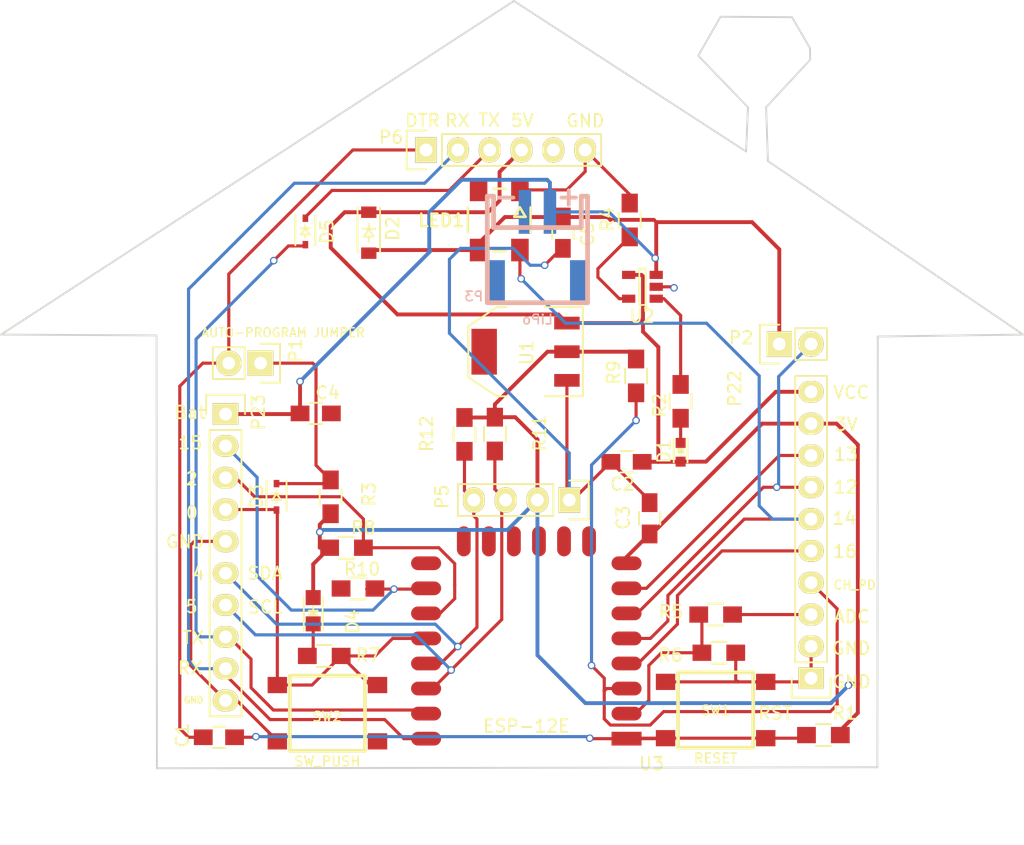
<source format=kicad_pcb>
(kicad_pcb (version 4) (host pcbnew 4.0.0-rc1-stable)

  (general
    (links 88)
    (no_connects 9)
    (area 98.324999 89.374999 180.065001 150.785001)
    (thickness 1.6)
    (drawings 45)
    (tracks 337)
    (zones 0)
    (modules 35)
    (nets 35)
  )

  (page A4)
  (title_block
    (title BadgeInventorsCon)
    (date 2015-12-17)
    (rev 0.08)
    (company "The Inventor's House")
    (comment 1 "Eduardo Contreras Flores")
  )

  (layers
    (0 F.Cu signal)
    (31 B.Cu signal hide)
    (32 B.Adhes user)
    (33 F.Adhes user)
    (34 B.Paste user)
    (35 F.Paste user)
    (36 B.SilkS user)
    (37 F.SilkS user)
    (38 B.Mask user)
    (39 F.Mask user)
    (40 Dwgs.User user)
    (41 Cmts.User user)
    (42 Eco1.User user)
    (43 Eco2.User user)
    (44 Edge.Cuts user)
    (45 Margin user)
    (46 B.CrtYd user)
    (47 F.CrtYd user)
    (48 B.Fab user)
    (49 F.Fab user)
  )

  (setup
    (last_trace_width 0.25)
    (trace_clearance 0.2)
    (zone_clearance 0.254)
    (zone_45_only no)
    (trace_min 0.2)
    (segment_width 0.2)
    (edge_width 0.15)
    (via_size 0.6)
    (via_drill 0.4)
    (via_min_size 0.4)
    (via_min_drill 0.3)
    (uvia_size 0.3)
    (uvia_drill 0.1)
    (uvias_allowed no)
    (uvia_min_size 0.2)
    (uvia_min_drill 0.1)
    (pcb_text_width 0.3)
    (pcb_text_size 1.5 1.5)
    (mod_edge_width 0.15)
    (mod_text_size 1 1)
    (mod_text_width 0.15)
    (pad_size 1.524 1.524)
    (pad_drill 0.762)
    (pad_to_mask_clearance 0.2)
    (aux_axis_origin 0 0)
    (visible_elements 7FFFFFFF)
    (pcbplotparams
      (layerselection 0x00030_80000001)
      (usegerberextensions false)
      (excludeedgelayer true)
      (linewidth 0.100000)
      (plotframeref false)
      (viasonmask false)
      (mode 1)
      (useauxorigin false)
      (hpglpennumber 1)
      (hpglpenspeed 20)
      (hpglpendiameter 15)
      (hpglpenoverlay 2)
      (psnegative false)
      (psa4output false)
      (plotreference true)
      (plotvalue true)
      (plotinvisibletext false)
      (padsonsilk false)
      (subtractmaskfromsilk false)
      (outputformat 4)
      (mirror false)
      (drillshape 0)
      (scaleselection 1)
      (outputdirectory BadgeInventorcon-PCB-008-161215))
  )

  (net 0 "")
  (net 1 /ESP8266/RST)
  (net 2 /ESP8266/DTR)
  (net 3 VCC)
  (net 4 GND)
  (net 5 +3V3)
  (net 6 +BATT)
  (net 7 "Net-(D1-Pad1)")
  (net 8 "Net-(D3-Pad1)")
  (net 9 /ESP8266/GPIO0)
  (net 10 "Net-(D4-Pad1)")
  (net 11 /ESP8266/TX)
  (net 12 "Net-(LED1-Pad4)")
  (net 13 /ESP8266/GPIO14)
  (net 14 /ESP8266/GPIO5/SCL)
  (net 15 /ESP8266/GPIO4/SDA)
  (net 16 /ESP8266/RX)
  (net 17 "Net-(P6-Pad5)")
  (net 18 "Net-(R2-Pad1)")
  (net 19 "Net-(R4-Pad2)")
  (net 20 /ESP8266/ADC_IN)
  (net 21 /ESP8266/ADC)
  (net 22 /ESP8266/GPIO2)
  (net 23 /ESP8266/CH_PD)
  (net 24 /ESP8266/GPIO15)
  (net 25 "Net-(U3-Pad9)")
  (net 26 "Net-(U3-Pad10)")
  (net 27 "Net-(U3-Pad11)")
  (net 28 "Net-(U3-Pad12)")
  (net 29 "Net-(U3-Pad13)")
  (net 30 "Net-(U3-Pad14)")
  (net 31 /ESP8266/GPIO16)
  (net 32 /ESP8266/GPIO12)
  (net 33 /ESP8266/GPIO13)
  (net 34 "Net-(D5-Pad1)")

  (net_class Default "This is the default net class."
    (clearance 0.2)
    (trace_width 0.25)
    (via_dia 0.6)
    (via_drill 0.4)
    (uvia_dia 0.3)
    (uvia_drill 0.1)
    (add_net /ESP8266/ADC)
    (add_net /ESP8266/ADC_IN)
    (add_net /ESP8266/CH_PD)
    (add_net /ESP8266/DTR)
    (add_net /ESP8266/GPIO0)
    (add_net /ESP8266/GPIO12)
    (add_net /ESP8266/GPIO13)
    (add_net /ESP8266/GPIO14)
    (add_net /ESP8266/GPIO15)
    (add_net /ESP8266/GPIO16)
    (add_net /ESP8266/GPIO2)
    (add_net /ESP8266/GPIO4/SDA)
    (add_net /ESP8266/GPIO5/SCL)
    (add_net /ESP8266/RST)
    (add_net /ESP8266/RX)
    (add_net /ESP8266/TX)
    (add_net GND)
    (add_net "Net-(D1-Pad1)")
    (add_net "Net-(D3-Pad1)")
    (add_net "Net-(D4-Pad1)")
    (add_net "Net-(D5-Pad1)")
    (add_net "Net-(LED1-Pad4)")
    (add_net "Net-(P6-Pad5)")
    (add_net "Net-(R2-Pad1)")
    (add_net "Net-(R4-Pad2)")
    (add_net "Net-(U3-Pad10)")
    (add_net "Net-(U3-Pad11)")
    (add_net "Net-(U3-Pad12)")
    (add_net "Net-(U3-Pad13)")
    (add_net "Net-(U3-Pad14)")
    (add_net "Net-(U3-Pad9)")
  )

  (net_class Vcc ""
    (clearance 0.2)
    (trace_width 0.31)
    (via_dia 0.6)
    (via_drill 0.4)
    (uvia_dia 0.3)
    (uvia_drill 0.1)
    (add_net +3V3)
    (add_net +BATT)
    (add_net VCC)
  )

  (module LEDs:LED-0603 (layer F.Cu) (tedit 5675BF8D) (tstamp 566F42FA)
    (at 152.654 125.476 270)
    (descr "LED 0603 smd package")
    (tags "LED led 0603 SMD smd SMT smt smdled SMDLED smtled SMTLED")
    (path /565FC765/565FC887)
    (attr smd)
    (fp_text reference D1 (at -0.076 1.329 270) (layer F.SilkS)
      (effects (font (size 1 1) (thickness 0.15)))
    )
    (fp_text value LED (at -0.051 -1.846 270) (layer F.Fab)
      (effects (font (size 1 1) (thickness 0.15)))
    )
    (fp_line (start -1.1 0.55) (end 0.8 0.55) (layer F.SilkS) (width 0.15))
    (fp_line (start -1.1 -0.55) (end 0.8 -0.55) (layer F.SilkS) (width 0.15))
    (fp_line (start -0.2 0) (end 0.25 0) (layer F.SilkS) (width 0.15))
    (fp_line (start -0.25 -0.25) (end -0.25 0.25) (layer F.SilkS) (width 0.15))
    (fp_line (start -0.25 0) (end 0 -0.25) (layer F.SilkS) (width 0.15))
    (fp_line (start 0 -0.25) (end 0 0.25) (layer F.SilkS) (width 0.15))
    (fp_line (start 0 0.25) (end -0.25 0) (layer F.SilkS) (width 0.15))
    (fp_line (start 1.4 -0.75) (end 1.4 0.75) (layer F.CrtYd) (width 0.05))
    (fp_line (start 1.4 0.75) (end -1.4 0.75) (layer F.CrtYd) (width 0.05))
    (fp_line (start -1.4 0.75) (end -1.4 -0.75) (layer F.CrtYd) (width 0.05))
    (fp_line (start -1.4 -0.75) (end 1.4 -0.75) (layer F.CrtYd) (width 0.05))
    (pad 2 smd rect (at 0.7493 0 90) (size 0.79756 0.79756) (layers F.Cu F.Paste F.Mask)
      (net 3 VCC))
    (pad 1 smd rect (at -0.7493 0 90) (size 0.79756 0.79756) (layers F.Cu F.Paste F.Mask)
      (net 7 "Net-(D1-Pad1)"))
  )

  (module Neopix:WS2812B_PP (layer F.Cu) (tedit 567C41BB) (tstamp 566F431A)
    (at 138.176 106.934)
    (path /565FC765/5666B27C)
    (fp_text reference LED1 (at -4.626 0.041) (layer F.SilkS)
      (effects (font (size 1 1) (thickness 0.2)))
    )
    (fp_text value MADW__WS2812B (at -3.81 1.27) (layer F.SilkS) hide
      (effects (font (size 0.6 0.6) (thickness 0.13)))
    )
    (fp_line (start 1.65 -1) (end 1.2 -0.25) (layer F.SilkS) (width 0.2032))
    (fp_line (start 1.2 -0.25) (end 2.1 -0.25) (layer F.SilkS) (width 0.2032))
    (fp_line (start 2.1 -0.25) (end 1.65 -1) (layer F.SilkS) (width 0.2032))
    (fp_line (start -2.5 -1) (end -2.5 1) (layer F.SilkS) (width 0.2032))
    (fp_line (start -0.5 2.5) (end 0.5 2.5) (layer F.SilkS) (width 0.2032))
    (fp_line (start 2.5 -1) (end 2.5 1) (layer F.SilkS) (width 0.2032))
    (fp_line (start -0.5 -2.5) (end 0.5 -2.5) (layer F.SilkS) (width 0.2032))
    (fp_line (start 2.1 2.5) (end 2.5 2.5) (layer Dwgs.User) (width 0.2032))
    (fp_line (start -1.2 2.5) (end 1.2 2.5) (layer Dwgs.User) (width 0.2032))
    (fp_line (start -2.5 2.5) (end -2.1 2.5) (layer Dwgs.User) (width 0.2032))
    (fp_line (start 2.1 -2.5) (end 2.5 -2.5) (layer Dwgs.User) (width 0.2032))
    (fp_line (start -1.2 -2.5) (end 1.2 -2.5) (layer Dwgs.User) (width 0.2032))
    (fp_line (start -2.5 -2.5) (end -2.1 -2.5) (layer Dwgs.User) (width 0.2032))
    (fp_line (start -2.1 -2.7) (end -1.2 -2.7) (layer Dwgs.User) (width 0.2032))
    (fp_line (start -1.2 -2.7) (end -1.2 -1.8) (layer Dwgs.User) (width 0.2032))
    (fp_line (start -1.2 -1.8) (end -2.1 -1.8) (layer Dwgs.User) (width 0.2032))
    (fp_line (start -2.1 -1.8) (end -2.1 -2.7) (layer Dwgs.User) (width 0.2032))
    (fp_line (start 2.1 -2.7) (end 1.2 -2.7) (layer Dwgs.User) (width 0.2032))
    (fp_line (start 1.2 -2.7) (end 1.2 -1.8) (layer Dwgs.User) (width 0.2032))
    (fp_line (start 1.2 -1.8) (end 2.1 -1.8) (layer Dwgs.User) (width 0.2032))
    (fp_line (start 2.1 -1.8) (end 2.1 -2.7) (layer Dwgs.User) (width 0.2032))
    (fp_line (start -2.1 2.7) (end -2.1 1.8) (layer Dwgs.User) (width 0.2))
    (fp_line (start -2.1 1.8) (end -1.2 1.8) (layer Dwgs.User) (width 0.2))
    (fp_line (start -1.2 1.8) (end -1.2 2.7) (layer Dwgs.User) (width 0.2))
    (fp_line (start -1.2 2.7) (end -2.1 2.7) (layer Dwgs.User) (width 0.2))
    (fp_line (start 1.2 2.7) (end 1.2 1.8) (layer Dwgs.User) (width 0.2))
    (fp_line (start 1.2 1.8) (end 2.1 1.8) (layer Dwgs.User) (width 0.2))
    (fp_line (start 2.1 1.8) (end 2.1 2.7) (layer Dwgs.User) (width 0.2))
    (fp_line (start 2.1 2.7) (end 1.2 2.7) (layer Dwgs.User) (width 0.2))
    (fp_line (start 2.5 -2.5) (end 2.5 2.5) (layer Dwgs.User) (width 0.2))
    (fp_line (start -2.49936 2.49936) (end -2.49936 -2.49936) (layer Dwgs.User) (width 0.2))
    (pad 3 smd rect (at 1.65 -2.4) (size 1.4 1.8) (layers F.Cu F.Paste F.Mask)
      (net 4 GND))
    (pad 4 smd rect (at -1.65 -2.4) (size 1.4 1.8) (layers F.Cu F.Paste F.Mask)
      (net 12 "Net-(LED1-Pad4)"))
    (pad 1 smd rect (at -1.65 2.4) (size 1.4 1.8) (layers F.Cu F.Paste F.Mask)
      (net 6 +BATT))
    (pad 2 smd rect (at 1.65 2.4) (size 1.4 1.8) (layers F.Cu F.Paste F.Mask)
      (net 13 /ESP8266/GPIO14))
    (model WS2812B_PP.wrl
      (at (xyz 0 0 0))
      (scale (xyz 0.3937 0.3937 0.3937))
      (rotate (xyz 0 0 0))
    )
  )

  (module Pin_Headers:Pin_Header_Straight_1x02 (layer F.Cu) (tedit 567C418E) (tstamp 566F4326)
    (at 160.528 116.84 90)
    (descr "Through hole pin header")
    (tags "pin header")
    (path /565FC765/566F92CC)
    (fp_text reference P2 (at 0.508 -3.048 180) (layer F.SilkS)
      (effects (font (size 1 1) (thickness 0.15)))
    )
    (fp_text value CONN_01X10 (at 2.54 0 180) (layer F.Fab)
      (effects (font (size 0.7 0.7) (thickness 0.12)))
    )
    (fp_line (start 1.27 1.27) (end 1.27 3.81) (layer F.SilkS) (width 0.15))
    (fp_line (start 1.55 -1.55) (end 1.55 0) (layer F.SilkS) (width 0.15))
    (fp_line (start -1.75 -1.75) (end -1.75 4.3) (layer F.CrtYd) (width 0.05))
    (fp_line (start 1.75 -1.75) (end 1.75 4.3) (layer F.CrtYd) (width 0.05))
    (fp_line (start -1.75 -1.75) (end 1.75 -1.75) (layer F.CrtYd) (width 0.05))
    (fp_line (start -1.75 4.3) (end 1.75 4.3) (layer F.CrtYd) (width 0.05))
    (fp_line (start 1.27 1.27) (end -1.27 1.27) (layer F.SilkS) (width 0.15))
    (fp_line (start -1.55 0) (end -1.55 -1.55) (layer F.SilkS) (width 0.15))
    (fp_line (start -1.55 -1.55) (end 1.55 -1.55) (layer F.SilkS) (width 0.15))
    (fp_line (start -1.27 1.27) (end -1.27 3.81) (layer F.SilkS) (width 0.15))
    (fp_line (start -1.27 3.81) (end 1.27 3.81) (layer F.SilkS) (width 0.15))
    (pad 1 thru_hole rect (at 0 0 90) (size 2.032 2.032) (drill 1.016) (layers *.Cu *.Mask F.SilkS)
      (net 6 +BATT))
    (pad 2 thru_hole oval (at 0 2.54 90) (size 2.032 2.032) (drill 1.016) (layers *.Cu *.Mask F.SilkS)
      (net 32 /ESP8266/GPIO12))
    (model Pin_Headers.3dshapes/Pin_Header_Straight_1x02.wrl
      (at (xyz 0 -0.05 0))
      (scale (xyz 1 1 1))
      (rotate (xyz 0 0 90))
    )
  )

  (module open-project:CONN_JST-2_SMD (layer B.Cu) (tedit 567C41A3) (tstamp 566F432E)
    (at 141.224 113.538 180)
    (tags JST)
    (path /565FC765/56616928)
    (fp_text reference P3 (at 5.08 0.508 180) (layer B.SilkS)
      (effects (font (size 0.762 0.762) (thickness 0.127)) (justify mirror))
    )
    (fp_text value LiPo (at -0.01 -1.34 180) (layer B.SilkS)
      (effects (font (size 0.762 0.762) (thickness 0.127)) (justify mirror))
    )
    (fp_line (start -4.0005 0) (end 4.0005 0) (layer B.SilkS) (width 0.381))
    (fp_line (start 4.0005 0) (end 4.0005 8.49884) (layer B.SilkS) (width 0.381))
    (fp_line (start 4.0005 8.49884) (end 3.50012 8.49884) (layer B.SilkS) (width 0.381))
    (fp_line (start 3.50012 8.49884) (end 3.50012 5.99948) (layer B.SilkS) (width 0.381))
    (fp_line (start 3.50012 5.99948) (end -3.50012 5.99948) (layer B.SilkS) (width 0.381))
    (fp_line (start -3.50012 5.99948) (end -3.50012 8.49884) (layer B.SilkS) (width 0.381))
    (fp_line (start -3.50012 8.49884) (end -4.0005 8.49884) (layer B.SilkS) (width 0.381))
    (fp_line (start -4.0005 8.49884) (end -4.0005 0) (layer B.SilkS) (width 0.381))
    (fp_text user - (at 2.49936 8.49884 180) (layer B.SilkS)
      (effects (font (thickness 0.3048)) (justify mirror))
    )
    (fp_text user + (at -2.49936 8.49884 180) (layer B.SilkS)
      (effects (font (thickness 0.3048)) (justify mirror))
    )
    (pad "" smd rect (at -3.34772 1.69926 180) (size 1.4986 3.39598) (layers B.Cu B.Paste B.Mask))
    (pad 1 smd rect (at -0.99822 7.24916 180) (size 0.99568 3.49758) (layers B.Cu B.Paste B.Mask)
      (net 6 +BATT))
    (pad 2 smd rect (at 0.99822 7.24916 180) (size 0.99568 3.49758) (layers B.Cu B.Paste B.Mask)
      (net 4 GND))
    (pad "" smd rect (at 3.34772 1.69926 180) (size 1.4986 3.39598) (layers B.Cu B.Paste B.Mask))
  )

  (module Socket_Strips:Socket_Strip_Straight_1x04 (layer F.Cu) (tedit 567C4098) (tstamp 566F4336)
    (at 143.764 129.286 180)
    (descr "Through hole socket strip")
    (tags "socket strip")
    (path /565FC765/56608C09)
    (fp_text reference P5 (at 10.16 0.254 270) (layer F.SilkS)
      (effects (font (size 1 1) (thickness 0.15)))
    )
    (fp_text value OLED_I2C (at 1.539 2.311 180) (layer F.Fab)
      (effects (font (size 1 1) (thickness 0.15)))
    )
    (fp_line (start -1.75 -1.75) (end -1.75 1.75) (layer F.CrtYd) (width 0.05))
    (fp_line (start 9.4 -1.75) (end 9.4 1.75) (layer F.CrtYd) (width 0.05))
    (fp_line (start -1.75 -1.75) (end 9.4 -1.75) (layer F.CrtYd) (width 0.05))
    (fp_line (start -1.75 1.75) (end 9.4 1.75) (layer F.CrtYd) (width 0.05))
    (fp_line (start 1.27 -1.27) (end 8.89 -1.27) (layer F.SilkS) (width 0.15))
    (fp_line (start 1.27 1.27) (end 8.89 1.27) (layer F.SilkS) (width 0.15))
    (fp_line (start -1.55 1.55) (end 0 1.55) (layer F.SilkS) (width 0.15))
    (fp_line (start 8.89 -1.27) (end 8.89 1.27) (layer F.SilkS) (width 0.15))
    (fp_line (start 1.27 1.27) (end 1.27 -1.27) (layer F.SilkS) (width 0.15))
    (fp_line (start 0 -1.55) (end -1.55 -1.55) (layer F.SilkS) (width 0.15))
    (fp_line (start -1.55 -1.55) (end -1.55 1.55) (layer F.SilkS) (width 0.15))
    (pad 1 thru_hole rect (at 0 0 180) (size 1.7272 2.032) (drill 1.016) (layers *.Cu *.Mask F.SilkS)
      (net 4 GND))
    (pad 2 thru_hole oval (at 2.54 0 180) (size 1.7272 2.032) (drill 1.016) (layers *.Cu *.Mask F.SilkS)
      (net 5 +3V3))
    (pad 3 thru_hole oval (at 5.08 0 180) (size 1.7272 2.032) (drill 1.016) (layers *.Cu *.Mask F.SilkS)
      (net 14 /ESP8266/GPIO5/SCL))
    (pad 4 thru_hole oval (at 7.62 0 180) (size 1.7272 2.032) (drill 1.016) (layers *.Cu *.Mask F.SilkS)
      (net 15 /ESP8266/GPIO4/SDA))
    (model Socket_Strips.3dshapes/Socket_Strip_Straight_1x04.wrl
      (at (xyz 0.15 0 0))
      (scale (xyz 1 1 1))
      (rotate (xyz 0 0 180))
    )
  )

  (module Socket_Strips:Socket_Strip_Straight_1x06 (layer F.Cu) (tedit 567C419B) (tstamp 566F4340)
    (at 132.334 101.346)
    (descr "Through hole socket strip")
    (tags "socket strip")
    (path /565FC765/5660D83D)
    (fp_text reference P6 (at -2.794 -1.016) (layer F.SilkS)
      (effects (font (size 1 1) (thickness 0.15)))
    )
    (fp_text value "USB Serial" (at 7.066 -6.446) (layer F.Fab)
      (effects (font (size 1 1) (thickness 0.15)))
    )
    (fp_line (start -1.75 -1.75) (end -1.75 1.75) (layer F.CrtYd) (width 0.05))
    (fp_line (start 14.45 -1.75) (end 14.45 1.75) (layer F.CrtYd) (width 0.05))
    (fp_line (start -1.75 -1.75) (end 14.45 -1.75) (layer F.CrtYd) (width 0.05))
    (fp_line (start -1.75 1.75) (end 14.45 1.75) (layer F.CrtYd) (width 0.05))
    (fp_line (start 1.27 1.27) (end 13.97 1.27) (layer F.SilkS) (width 0.15))
    (fp_line (start 13.97 1.27) (end 13.97 -1.27) (layer F.SilkS) (width 0.15))
    (fp_line (start 13.97 -1.27) (end 1.27 -1.27) (layer F.SilkS) (width 0.15))
    (fp_line (start -1.55 1.55) (end 0 1.55) (layer F.SilkS) (width 0.15))
    (fp_line (start 1.27 1.27) (end 1.27 -1.27) (layer F.SilkS) (width 0.15))
    (fp_line (start 0 -1.55) (end -1.55 -1.55) (layer F.SilkS) (width 0.15))
    (fp_line (start -1.55 -1.55) (end -1.55 1.55) (layer F.SilkS) (width 0.15))
    (pad 1 thru_hole rect (at 0 0) (size 1.7272 2.032) (drill 1.016) (layers *.Cu *.Mask F.SilkS)
      (net 2 /ESP8266/DTR))
    (pad 2 thru_hole oval (at 2.54 0) (size 1.7272 2.032) (drill 1.016) (layers *.Cu *.Mask F.SilkS)
      (net 16 /ESP8266/RX))
    (pad 3 thru_hole oval (at 5.08 0) (size 1.7272 2.032) (drill 1.016) (layers *.Cu *.Mask F.SilkS)
      (net 34 "Net-(D5-Pad1)"))
    (pad 4 thru_hole oval (at 7.62 0) (size 1.7272 2.032) (drill 1.016) (layers *.Cu *.Mask F.SilkS)
      (net 3 VCC))
    (pad 5 thru_hole oval (at 10.16 0) (size 1.7272 2.032) (drill 1.016) (layers *.Cu *.Mask F.SilkS)
      (net 17 "Net-(P6-Pad5)"))
    (pad 6 thru_hole oval (at 12.7 0) (size 1.7272 2.032) (drill 1.016) (layers *.Cu *.Mask F.SilkS)
      (net 4 GND))
    (model Socket_Strips.3dshapes/Socket_Strip_Straight_1x06.wrl
      (at (xyz 0.25 0 0))
      (scale (xyz 1 1 1))
      (rotate (xyz 0 0 180))
    )
  )

  (module TO_SOT_Packages_SMD:SOT-223 (layer F.Cu) (tedit 5675BF53) (tstamp 566F4398)
    (at 140.275 117.45 90)
    (descr "module CMS SOT223 4 pins")
    (tags "CMS SOT")
    (path /565FC765/5661541B)
    (attr smd)
    (fp_text reference U1 (at -0.075 0.1 90) (layer F.SilkS)
      (effects (font (size 1 1) (thickness 0.15)))
    )
    (fp_text value SPX1117 (at 0.225 -5.15 90) (layer F.Fab)
      (effects (font (size 1 1) (thickness 0.15)))
    )
    (fp_line (start -3.556 1.524) (end -3.556 4.572) (layer F.SilkS) (width 0.15))
    (fp_line (start -3.556 4.572) (end 3.556 4.572) (layer F.SilkS) (width 0.15))
    (fp_line (start 3.556 4.572) (end 3.556 1.524) (layer F.SilkS) (width 0.15))
    (fp_line (start -3.556 -1.524) (end -3.556 -2.286) (layer F.SilkS) (width 0.15))
    (fp_line (start -3.556 -2.286) (end -2.032 -4.572) (layer F.SilkS) (width 0.15))
    (fp_line (start -2.032 -4.572) (end 2.032 -4.572) (layer F.SilkS) (width 0.15))
    (fp_line (start 2.032 -4.572) (end 3.556 -2.286) (layer F.SilkS) (width 0.15))
    (fp_line (start 3.556 -2.286) (end 3.556 -1.524) (layer F.SilkS) (width 0.15))
    (pad 4 smd rect (at 0 -3.302 90) (size 3.6576 2.032) (layers F.Cu F.Paste F.Mask))
    (pad 2 smd rect (at 0 3.302 90) (size 1.016 2.032) (layers F.Cu F.Paste F.Mask)
      (net 5 +3V3))
    (pad 3 smd rect (at 2.286 3.302 90) (size 1.016 2.032) (layers F.Cu F.Paste F.Mask)
      (net 3 VCC))
    (pad 1 smd rect (at -2.286 3.302 90) (size 1.016 2.032) (layers F.Cu F.Paste F.Mask)
      (net 4 GND))
    (model TO_SOT_Packages_SMD.3dshapes/SOT-223.wrl
      (at (xyz 0 0 0))
      (scale (xyz 0.4 0.4 0.4))
      (rotate (xyz 0 0 0))
    )
  )

  (module TO_SOT_Packages_SMD:SOT-23-5 (layer F.Cu) (tedit 5675BF58) (tstamp 566F43A1)
    (at 149.606 112.268 180)
    (descr "5-pin SOT23 package")
    (tags SOT-23-5)
    (path /565FC765/565FC885)
    (attr smd)
    (fp_text reference U2 (at 0.031 -2.357 180) (layer F.SilkS)
      (effects (font (size 1 1) (thickness 0.15)))
    )
    (fp_text value MCP73831 (at -3.044 0.018 270) (layer F.Fab)
      (effects (font (size 1 1) (thickness 0.15)))
    )
    (fp_line (start -1.8 -1.6) (end 1.8 -1.6) (layer F.CrtYd) (width 0.05))
    (fp_line (start 1.8 -1.6) (end 1.8 1.6) (layer F.CrtYd) (width 0.05))
    (fp_line (start 1.8 1.6) (end -1.8 1.6) (layer F.CrtYd) (width 0.05))
    (fp_line (start -1.8 1.6) (end -1.8 -1.6) (layer F.CrtYd) (width 0.05))
    (fp_circle (center -0.3 -1.7) (end -0.2 -1.7) (layer F.SilkS) (width 0.15))
    (fp_line (start 0.25 -1.45) (end -0.25 -1.45) (layer F.SilkS) (width 0.15))
    (fp_line (start 0.25 1.45) (end 0.25 -1.45) (layer F.SilkS) (width 0.15))
    (fp_line (start -0.25 1.45) (end 0.25 1.45) (layer F.SilkS) (width 0.15))
    (fp_line (start -0.25 -1.45) (end -0.25 1.45) (layer F.SilkS) (width 0.15))
    (pad 1 smd rect (at -1.1 -0.95 180) (size 1.06 0.65) (layers F.Cu F.Paste F.Mask)
      (net 18 "Net-(R2-Pad1)"))
    (pad 2 smd rect (at -1.1 0 180) (size 1.06 0.65) (layers F.Cu F.Paste F.Mask)
      (net 4 GND))
    (pad 3 smd rect (at -1.1 0.95 180) (size 1.06 0.65) (layers F.Cu F.Paste F.Mask)
      (net 6 +BATT))
    (pad 4 smd rect (at 1.1 0.95 180) (size 1.06 0.65) (layers F.Cu F.Paste F.Mask)
      (net 3 VCC))
    (pad 5 smd rect (at 1.1 -0.95 180) (size 1.06 0.65) (layers F.Cu F.Paste F.Mask)
      (net 19 "Net-(R4-Pad2)"))
    (model TO_SOT_Packages_SMD.3dshapes/SOT-23-5.wrl
      (at (xyz 0 0 0))
      (scale (xyz 1 1 1))
      (rotate (xyz 0 0 0))
    )
  )

  (module esp:ESP-12E (layer F.Cu) (tedit 5674AA1C) (tstamp 566F43BB)
    (at 148.336 148.336 180)
    (descr "Module, ESP-8266, ESP-12, 16 pad, SMD")
    (tags "Module ESP-8266 ESP8266")
    (path /565FC765/565FC88D)
    (fp_text reference U3 (at -2 -2 180) (layer F.SilkS)
      (effects (font (size 1 1) (thickness 0.15)))
    )
    (fp_text value ESP-12E (at 8 1 180) (layer F.SilkS)
      (effects (font (size 1 1) (thickness 0.15)))
    )
    (fp_line (start 16 -8.4) (end 0 -2.6) (layer F.CrtYd) (width 0.1524))
    (fp_line (start 0 -8.4) (end 16 -2.6) (layer F.CrtYd) (width 0.1524))
    (fp_text user "No Copper" (at 7.9 -5.4 180) (layer F.CrtYd)
      (effects (font (size 1 1) (thickness 0.15)))
    )
    (fp_line (start 0 -8.4) (end 0 -2.6) (layer F.CrtYd) (width 0.1524))
    (fp_line (start 0 -2.6) (end 16 -2.6) (layer F.CrtYd) (width 0.1524))
    (fp_line (start 16 -2.6) (end 16 -8.4) (layer F.CrtYd) (width 0.1524))
    (fp_line (start 16 -8.4) (end 0 -8.4) (layer F.CrtYd) (width 0.1524))
    (fp_line (start 16 -8.4) (end 16 15.6) (layer F.Fab) (width 0.1524))
    (fp_line (start 16 15.6) (end 0 15.6) (layer F.Fab) (width 0.1524))
    (fp_line (start 0 15.6) (end 0 -8.4) (layer F.Fab) (width 0.1524))
    (fp_line (start 0 -8.4) (end 16 -8.4) (layer F.Fab) (width 0.1524))
    (pad 9 smd oval (at 2.99 15.75 270) (size 2.4 1.1) (layers F.Cu F.Paste F.Mask)
      (net 25 "Net-(U3-Pad9)"))
    (pad 10 smd oval (at 4.99 15.75 270) (size 2.4 1.1) (layers F.Cu F.Paste F.Mask)
      (net 26 "Net-(U3-Pad10)"))
    (pad 11 smd oval (at 6.99 15.75 270) (size 2.4 1.1) (layers F.Cu F.Paste F.Mask)
      (net 27 "Net-(U3-Pad11)"))
    (pad 12 smd oval (at 8.99 15.75 270) (size 2.4 1.1) (layers F.Cu F.Paste F.Mask)
      (net 28 "Net-(U3-Pad12)"))
    (pad 13 smd oval (at 10.99 15.75 270) (size 2.4 1.1) (layers F.Cu F.Paste F.Mask)
      (net 29 "Net-(U3-Pad13)"))
    (pad 14 smd oval (at 12.99 15.75 270) (size 2.4 1.1) (layers F.Cu F.Paste F.Mask)
      (net 30 "Net-(U3-Pad14)"))
    (pad 1 smd rect (at 0 0 180) (size 2.4 1.1) (layers F.Cu F.Paste F.Mask)
      (net 1 /ESP8266/RST))
    (pad 2 smd oval (at 0 2 180) (size 2.4 1.1) (layers F.Cu F.Paste F.Mask)
      (net 21 /ESP8266/ADC))
    (pad 3 smd oval (at 0 4 180) (size 2.4 1.1) (layers F.Cu F.Paste F.Mask)
      (net 23 /ESP8266/CH_PD))
    (pad 4 smd oval (at 0 6 180) (size 2.4 1.1) (layers F.Cu F.Paste F.Mask)
      (net 31 /ESP8266/GPIO16))
    (pad 5 smd oval (at 0 8 180) (size 2.4 1.1) (layers F.Cu F.Paste F.Mask)
      (net 13 /ESP8266/GPIO14))
    (pad 6 smd oval (at 0 10 180) (size 2.4 1.1) (layers F.Cu F.Paste F.Mask)
      (net 32 /ESP8266/GPIO12))
    (pad 7 smd oval (at 0 12 180) (size 2.4 1.1) (layers F.Cu F.Paste F.Mask)
      (net 33 /ESP8266/GPIO13))
    (pad 8 smd oval (at 0 14 180) (size 2.4 1.1) (layers F.Cu F.Paste F.Mask)
      (net 5 +3V3))
    (pad 15 smd oval (at 16 14 180) (size 2.4 1.1) (layers F.Cu F.Paste F.Mask)
      (net 4 GND))
    (pad 16 smd oval (at 16 12 180) (size 2.4 1.1) (layers F.Cu F.Paste F.Mask)
      (net 24 /ESP8266/GPIO15))
    (pad 17 smd oval (at 16 10 180) (size 2.4 1.1) (layers F.Cu F.Paste F.Mask)
      (net 22 /ESP8266/GPIO2))
    (pad 18 smd oval (at 16 8 180) (size 2.4 1.1) (layers F.Cu F.Paste F.Mask)
      (net 9 /ESP8266/GPIO0))
    (pad 19 smd oval (at 16 6 180) (size 2.4 1.1) (layers F.Cu F.Paste F.Mask)
      (net 15 /ESP8266/GPIO4/SDA))
    (pad 20 smd oval (at 16 4 180) (size 2.4 1.1) (layers F.Cu F.Paste F.Mask)
      (net 14 /ESP8266/GPIO5/SCL))
    (pad 21 smd oval (at 16 2 180) (size 2.4 1.1) (layers F.Cu F.Paste F.Mask)
      (net 11 /ESP8266/TX))
    (pad 22 smd oval (at 16 0 180) (size 2.4 1.1) (layers F.Cu F.Paste F.Mask)
      (net 16 /ESP8266/RX))
  )

  (module open-project:SW_PUSH_SMD (layer F.Cu) (tedit 514E2F98) (tstamp 566F776C)
    (at 155.448 146.05)
    (path /565FC765/565FC870)
    (fp_text reference SW1 (at -0.008 0.03) (layer F.SilkS)
      (effects (font (size 0.762 0.762) (thickness 0.127)))
    )
    (fp_text value RESET (at 0 3.85) (layer F.SilkS)
      (effects (font (size 0.762 0.762) (thickness 0.127)))
    )
    (fp_line (start -2.99974 -2.99974) (end 2.99974 -2.99974) (layer F.SilkS) (width 0.29972))
    (fp_line (start 2.99974 -2.99974) (end 2.99974 2.99974) (layer F.SilkS) (width 0.29972))
    (fp_line (start 2.99974 2.99974) (end -2.99974 2.99974) (layer F.SilkS) (width 0.29972))
    (fp_line (start -2.99974 2.99974) (end -2.99974 -2.99974) (layer F.SilkS) (width 0.29972))
    (pad 1 smd rect (at -3.99796 -2.2479) (size 1.5494 1.2954) (layers F.Cu F.Paste F.Mask)
      (net 4 GND))
    (pad 1 smd rect (at 3.99796 -2.2479) (size 1.5494 1.2954) (layers F.Cu F.Paste F.Mask)
      (net 4 GND))
    (pad 2 smd rect (at 3.99796 2.2479) (size 1.5494 1.2954) (layers F.Cu F.Paste F.Mask)
      (net 1 /ESP8266/RST))
    (pad 2 smd rect (at -3.99796 2.2479) (size 1.5494 1.2954) (layers F.Cu F.Paste F.Mask)
      (net 1 /ESP8266/RST))
  )

  (module Pin_Headers:Pin_Header_Straight_1x02 (layer F.Cu) (tedit 567C4179) (tstamp 566F7E4F)
    (at 119.126 118.364 270)
    (descr "Through hole pin header")
    (tags "pin header")
    (path /565FC765/5661D773)
    (fp_text reference P1 (at -1.016 -2.794 270) (layer F.SilkS)
      (effects (font (size 1 1) (thickness 0.15)))
    )
    (fp_text value "AUTO-PROGRAM JUMPER" (at -2.439 -1.799 360) (layer F.SilkS)
      (effects (font (size 0.7 0.7) (thickness 0.12)))
    )
    (fp_line (start 1.27 1.27) (end 1.27 3.81) (layer F.SilkS) (width 0.15))
    (fp_line (start 1.55 -1.55) (end 1.55 0) (layer F.SilkS) (width 0.15))
    (fp_line (start -1.75 -1.75) (end -1.75 4.3) (layer F.CrtYd) (width 0.05))
    (fp_line (start 1.75 -1.75) (end 1.75 4.3) (layer F.CrtYd) (width 0.05))
    (fp_line (start -1.75 -1.75) (end 1.75 -1.75) (layer F.CrtYd) (width 0.05))
    (fp_line (start -1.75 4.3) (end 1.75 4.3) (layer F.CrtYd) (width 0.05))
    (fp_line (start 1.27 1.27) (end -1.27 1.27) (layer F.SilkS) (width 0.15))
    (fp_line (start -1.55 0) (end -1.55 -1.55) (layer F.SilkS) (width 0.15))
    (fp_line (start -1.55 -1.55) (end 1.55 -1.55) (layer F.SilkS) (width 0.15))
    (fp_line (start -1.27 1.27) (end -1.27 3.81) (layer F.SilkS) (width 0.15))
    (fp_line (start -1.27 3.81) (end 1.27 3.81) (layer F.SilkS) (width 0.15))
    (pad 1 thru_hole rect (at 0 0 270) (size 2.032 2.032) (drill 1.016) (layers *.Cu *.Mask F.SilkS)
      (net 8 "Net-(D3-Pad1)"))
    (pad 2 thru_hole oval (at 0 2.54 270) (size 2.032 2.032) (drill 1.016) (layers *.Cu *.Mask F.SilkS)
      (net 2 /ESP8266/DTR))
    (model Pin_Headers.3dshapes/Pin_Header_Straight_1x02.wrl
      (at (xyz 0 -0.05 0))
      (scale (xyz 1 1 1))
      (rotate (xyz 0 0 90))
    )
  )

  (module Pin_Headers:Pin_Header_Straight_1x10 (layer F.Cu) (tedit 567C4196) (tstamp 566F9714)
    (at 163.068 143.51 180)
    (descr "Through hole pin header")
    (tags "pin header")
    (path /565FC765/566F933F)
    (fp_text reference P22 (at 6.096 23.114 270) (layer F.SilkS)
      (effects (font (size 1 1) (thickness 0.15)))
    )
    (fp_text value CONN_01X10 (at 2.54 8.636 270) (layer F.Fab)
      (effects (font (size 1 1) (thickness 0.15)))
    )
    (fp_line (start -1.75 -1.75) (end -1.75 24.65) (layer F.CrtYd) (width 0.05))
    (fp_line (start 1.75 -1.75) (end 1.75 24.65) (layer F.CrtYd) (width 0.05))
    (fp_line (start -1.75 -1.75) (end 1.75 -1.75) (layer F.CrtYd) (width 0.05))
    (fp_line (start -1.75 24.65) (end 1.75 24.65) (layer F.CrtYd) (width 0.05))
    (fp_line (start 1.27 1.27) (end 1.27 24.13) (layer F.SilkS) (width 0.15))
    (fp_line (start 1.27 24.13) (end -1.27 24.13) (layer F.SilkS) (width 0.15))
    (fp_line (start -1.27 24.13) (end -1.27 1.27) (layer F.SilkS) (width 0.15))
    (fp_line (start 1.55 -1.55) (end 1.55 0) (layer F.SilkS) (width 0.15))
    (fp_line (start 1.27 1.27) (end -1.27 1.27) (layer F.SilkS) (width 0.15))
    (fp_line (start -1.55 0) (end -1.55 -1.55) (layer F.SilkS) (width 0.15))
    (fp_line (start -1.55 -1.55) (end 1.55 -1.55) (layer F.SilkS) (width 0.15))
    (pad 1 thru_hole rect (at 0 0 180) (size 2.032 1.7272) (drill 1.016) (layers *.Cu *.Mask F.SilkS)
      (net 4 GND))
    (pad 2 thru_hole oval (at 0 2.54 180) (size 2.032 1.7272) (drill 1.016) (layers *.Cu *.Mask F.SilkS)
      (net 4 GND))
    (pad 3 thru_hole oval (at 0 5.08 180) (size 2.032 1.7272) (drill 1.016) (layers *.Cu *.Mask F.SilkS)
      (net 20 /ESP8266/ADC_IN))
    (pad 4 thru_hole oval (at 0 7.62 180) (size 2.032 1.7272) (drill 1.016) (layers *.Cu *.Mask F.SilkS)
      (net 23 /ESP8266/CH_PD))
    (pad 5 thru_hole oval (at 0 10.16 180) (size 2.032 1.7272) (drill 1.016) (layers *.Cu *.Mask F.SilkS)
      (net 31 /ESP8266/GPIO16))
    (pad 6 thru_hole oval (at 0 12.7 180) (size 2.032 1.7272) (drill 1.016) (layers *.Cu *.Mask F.SilkS)
      (net 13 /ESP8266/GPIO14))
    (pad 7 thru_hole oval (at 0 15.24 180) (size 2.032 1.7272) (drill 1.016) (layers *.Cu *.Mask F.SilkS)
      (net 32 /ESP8266/GPIO12))
    (pad 8 thru_hole oval (at 0 17.78 180) (size 2.032 1.7272) (drill 1.016) (layers *.Cu *.Mask F.SilkS)
      (net 33 /ESP8266/GPIO13))
    (pad 9 thru_hole oval (at 0 20.32 180) (size 2.032 1.7272) (drill 1.016) (layers *.Cu *.Mask F.SilkS)
      (net 5 +3V3))
    (pad 10 thru_hole oval (at 0 22.86 180) (size 2.032 1.7272) (drill 1.016) (layers *.Cu *.Mask F.SilkS)
      (net 3 VCC))
    (model Pin_Headers.3dshapes/Pin_Header_Straight_1x10.wrl
      (at (xyz 0 -0.45 0))
      (scale (xyz 1 1 1))
      (rotate (xyz 0 0 90))
    )
  )

  (module Pin_Headers:Pin_Header_Straight_1x10 (layer F.Cu) (tedit 567C416B) (tstamp 566F9722)
    (at 116.332 122.428)
    (descr "Through hole pin header")
    (tags "pin header")
    (path /565FC765/566F92CC)
    (fp_text reference P23 (at 2.618 -0.153 90) (layer F.SilkS)
      (effects (font (size 1 1) (thickness 0.15)))
    )
    (fp_text value CONN_01X10 (at 3.81 1.016 90) (layer F.Fab)
      (effects (font (size 0.6 0.6) (thickness 0.13)))
    )
    (fp_line (start -1.75 -1.75) (end -1.75 24.65) (layer F.CrtYd) (width 0.05))
    (fp_line (start 1.75 -1.75) (end 1.75 24.65) (layer F.CrtYd) (width 0.05))
    (fp_line (start -1.75 -1.75) (end 1.75 -1.75) (layer F.CrtYd) (width 0.05))
    (fp_line (start -1.75 24.65) (end 1.75 24.65) (layer F.CrtYd) (width 0.05))
    (fp_line (start 1.27 1.27) (end 1.27 24.13) (layer F.SilkS) (width 0.15))
    (fp_line (start 1.27 24.13) (end -1.27 24.13) (layer F.SilkS) (width 0.15))
    (fp_line (start -1.27 24.13) (end -1.27 1.27) (layer F.SilkS) (width 0.15))
    (fp_line (start 1.55 -1.55) (end 1.55 0) (layer F.SilkS) (width 0.15))
    (fp_line (start 1.27 1.27) (end -1.27 1.27) (layer F.SilkS) (width 0.15))
    (fp_line (start -1.55 0) (end -1.55 -1.55) (layer F.SilkS) (width 0.15))
    (fp_line (start -1.55 -1.55) (end 1.55 -1.55) (layer F.SilkS) (width 0.15))
    (pad 1 thru_hole rect (at 0 0) (size 2.032 1.7272) (drill 1.016) (layers *.Cu *.Mask F.SilkS)
      (net 6 +BATT))
    (pad 2 thru_hole oval (at 0 2.54) (size 2.032 1.7272) (drill 1.016) (layers *.Cu *.Mask F.SilkS)
      (net 24 /ESP8266/GPIO15))
    (pad 3 thru_hole oval (at 0 5.08) (size 2.032 1.7272) (drill 1.016) (layers *.Cu *.Mask F.SilkS)
      (net 22 /ESP8266/GPIO2))
    (pad 4 thru_hole oval (at 0 7.62) (size 2.032 1.7272) (drill 1.016) (layers *.Cu *.Mask F.SilkS)
      (net 9 /ESP8266/GPIO0))
    (pad 5 thru_hole oval (at 0 10.16) (size 2.032 1.7272) (drill 1.016) (layers *.Cu *.Mask F.SilkS)
      (net 4 GND))
    (pad 6 thru_hole oval (at 0 12.7) (size 2.032 1.7272) (drill 1.016) (layers *.Cu *.Mask F.SilkS)
      (net 15 /ESP8266/GPIO4/SDA))
    (pad 7 thru_hole oval (at 0 15.24) (size 2.032 1.7272) (drill 1.016) (layers *.Cu *.Mask F.SilkS)
      (net 14 /ESP8266/GPIO5/SCL))
    (pad 8 thru_hole oval (at 0 17.78) (size 2.032 1.7272) (drill 1.016) (layers *.Cu *.Mask F.SilkS)
      (net 11 /ESP8266/TX))
    (pad 9 thru_hole oval (at 0 20.32) (size 2.032 1.7272) (drill 1.016) (layers *.Cu *.Mask F.SilkS)
      (net 16 /ESP8266/RX))
    (pad 10 thru_hole oval (at 0 22.86) (size 2.032 1.7272) (drill 1.016) (layers *.Cu *.Mask F.SilkS)
      (net 4 GND))
    (model Pin_Headers.3dshapes/Pin_Header_Straight_1x10.wrl
      (at (xyz 0 -0.45 0))
      (scale (xyz 1 1 1))
      (rotate (xyz 0 0 90))
    )
  )

  (module Capacitors_SMD:C_0805_HandSoldering (layer F.Cu) (tedit 5675BFD1) (tstamp 5670B8E8)
    (at 115.8 148.225 180)
    (descr "Capacitor SMD 0805, hand soldering")
    (tags "capacitor 0805")
    (path /565FC765/5661A935)
    (attr smd)
    (fp_text reference C1 (at 2.925 0.15 270) (layer F.SilkS)
      (effects (font (size 1 1) (thickness 0.15)))
    )
    (fp_text value 1.0uF (at 2.95 2.975 270) (layer F.Fab)
      (effects (font (size 1 1) (thickness 0.15)))
    )
    (fp_line (start -2.3 -1) (end 2.3 -1) (layer F.CrtYd) (width 0.05))
    (fp_line (start -2.3 1) (end 2.3 1) (layer F.CrtYd) (width 0.05))
    (fp_line (start -2.3 -1) (end -2.3 1) (layer F.CrtYd) (width 0.05))
    (fp_line (start 2.3 -1) (end 2.3 1) (layer F.CrtYd) (width 0.05))
    (fp_line (start 0.5 -0.85) (end -0.5 -0.85) (layer F.SilkS) (width 0.15))
    (fp_line (start -0.5 0.85) (end 0.5 0.85) (layer F.SilkS) (width 0.15))
    (pad 1 smd rect (at -1.25 0 180) (size 1.5 1.25) (layers F.Cu F.Paste F.Mask)
      (net 1 /ESP8266/RST))
    (pad 2 smd rect (at 1.25 0 180) (size 1.5 1.25) (layers F.Cu F.Paste F.Mask)
      (net 2 /ESP8266/DTR))
    (model Capacitors_SMD.3dshapes/C_0805_HandSoldering.wrl
      (at (xyz 0 0 0))
      (scale (xyz 1 1 1))
      (rotate (xyz 0 0 0))
    )
  )

  (module Capacitors_SMD:C_0805_HandSoldering (layer F.Cu) (tedit 5675BF94) (tstamp 5670B8EE)
    (at 148.336 126.238 180)
    (descr "Capacitor SMD 0805, hand soldering")
    (tags "capacitor 0805")
    (path /565FC765/565FC880)
    (attr smd)
    (fp_text reference C2 (at 0.336 -1.787 180) (layer F.SilkS)
      (effects (font (size 1 1) (thickness 0.15)))
    )
    (fp_text value 4.7uF (at 0.111 1.588 180) (layer F.Fab)
      (effects (font (size 1 1) (thickness 0.15)))
    )
    (fp_line (start -2.3 -1) (end 2.3 -1) (layer F.CrtYd) (width 0.05))
    (fp_line (start -2.3 1) (end 2.3 1) (layer F.CrtYd) (width 0.05))
    (fp_line (start -2.3 -1) (end -2.3 1) (layer F.CrtYd) (width 0.05))
    (fp_line (start 2.3 -1) (end 2.3 1) (layer F.CrtYd) (width 0.05))
    (fp_line (start 0.5 -0.85) (end -0.5 -0.85) (layer F.SilkS) (width 0.15))
    (fp_line (start -0.5 0.85) (end 0.5 0.85) (layer F.SilkS) (width 0.15))
    (pad 1 smd rect (at -1.25 0 180) (size 1.5 1.25) (layers F.Cu F.Paste F.Mask)
      (net 3 VCC))
    (pad 2 smd rect (at 1.25 0 180) (size 1.5 1.25) (layers F.Cu F.Paste F.Mask)
      (net 4 GND))
    (model Capacitors_SMD.3dshapes/C_0805_HandSoldering.wrl
      (at (xyz 0 0 0))
      (scale (xyz 1 1 1))
      (rotate (xyz 0 0 0))
    )
  )

  (module Capacitors_SMD:C_0805_HandSoldering (layer F.Cu) (tedit 5675BF91) (tstamp 5670B8F4)
    (at 150.1775 130.7465 90)
    (descr "Capacitor SMD 0805, hand soldering")
    (tags "capacitor 0805")
    (path /565FC765/56615F6E)
    (attr smd)
    (fp_text reference C3 (at 0.0465 -2.1025 90) (layer F.SilkS)
      (effects (font (size 1 1) (thickness 0.15)))
    )
    (fp_text value 10uF (at 0.0465 1.9225 90) (layer F.Fab)
      (effects (font (size 1 1) (thickness 0.15)))
    )
    (fp_line (start -2.3 -1) (end 2.3 -1) (layer F.CrtYd) (width 0.05))
    (fp_line (start -2.3 1) (end 2.3 1) (layer F.CrtYd) (width 0.05))
    (fp_line (start -2.3 -1) (end -2.3 1) (layer F.CrtYd) (width 0.05))
    (fp_line (start 2.3 -1) (end 2.3 1) (layer F.CrtYd) (width 0.05))
    (fp_line (start 0.5 -0.85) (end -0.5 -0.85) (layer F.SilkS) (width 0.15))
    (fp_line (start -0.5 0.85) (end 0.5 0.85) (layer F.SilkS) (width 0.15))
    (pad 1 smd rect (at -1.25 0 90) (size 1.5 1.25) (layers F.Cu F.Paste F.Mask)
      (net 5 +3V3))
    (pad 2 smd rect (at 1.25 0 90) (size 1.5 1.25) (layers F.Cu F.Paste F.Mask)
      (net 4 GND))
    (model Capacitors_SMD.3dshapes/C_0805_HandSoldering.wrl
      (at (xyz 0 0 0))
      (scale (xyz 1 1 1))
      (rotate (xyz 0 0 0))
    )
  )

  (module Capacitors_SMD:C_0805_HandSoldering (layer F.Cu) (tedit 5675BFF7) (tstamp 5670B8FA)
    (at 123.525 122.375)
    (descr "Capacitor SMD 0805, hand soldering")
    (tags "capacitor 0805")
    (path /565FC765/565FC88A)
    (attr smd)
    (fp_text reference C4 (at 0.95 -1.65) (layer F.SilkS)
      (effects (font (size 1 1) (thickness 0.15)))
    )
    (fp_text value 10uF (at 4.05 0.05) (layer F.Fab)
      (effects (font (size 1 1) (thickness 0.15)))
    )
    (fp_line (start -2.3 -1) (end 2.3 -1) (layer F.CrtYd) (width 0.05))
    (fp_line (start -2.3 1) (end 2.3 1) (layer F.CrtYd) (width 0.05))
    (fp_line (start -2.3 -1) (end -2.3 1) (layer F.CrtYd) (width 0.05))
    (fp_line (start 2.3 -1) (end 2.3 1) (layer F.CrtYd) (width 0.05))
    (fp_line (start 0.5 -0.85) (end -0.5 -0.85) (layer F.SilkS) (width 0.15))
    (fp_line (start -0.5 0.85) (end 0.5 0.85) (layer F.SilkS) (width 0.15))
    (pad 1 smd rect (at -1.25 0) (size 1.5 1.25) (layers F.Cu F.Paste F.Mask)
      (net 6 +BATT))
    (pad 2 smd rect (at 1.25 0) (size 1.5 1.25) (layers F.Cu F.Paste F.Mask)
      (net 4 GND))
    (model Capacitors_SMD.3dshapes/C_0805_HandSoldering.wrl
      (at (xyz 0 0 0))
      (scale (xyz 1 1 1))
      (rotate (xyz 0 0 0))
    )
  )

  (module Capacitors_SMD:C_0805_HandSoldering (layer F.Cu) (tedit 5675BF49) (tstamp 5670B900)
    (at 143.256 107.95 90)
    (descr "Capacitor SMD 0805, hand soldering")
    (tags "capacitor 0805")
    (path /565FC765/566672A5)
    (attr smd)
    (fp_text reference C5 (at -0.125 1.969 90) (layer F.SilkS)
      (effects (font (size 1 1) (thickness 0.15)))
    )
    (fp_text value C (at 2.97 -0.006 90) (layer F.Fab)
      (effects (font (size 1 1) (thickness 0.15)))
    )
    (fp_line (start -2.3 -1) (end 2.3 -1) (layer F.CrtYd) (width 0.05))
    (fp_line (start -2.3 1) (end 2.3 1) (layer F.CrtYd) (width 0.05))
    (fp_line (start -2.3 -1) (end -2.3 1) (layer F.CrtYd) (width 0.05))
    (fp_line (start 2.3 -1) (end 2.3 1) (layer F.CrtYd) (width 0.05))
    (fp_line (start 0.5 -0.85) (end -0.5 -0.85) (layer F.SilkS) (width 0.15))
    (fp_line (start -0.5 0.85) (end 0.5 0.85) (layer F.SilkS) (width 0.15))
    (pad 1 smd rect (at -1.25 0 90) (size 1.5 1.25) (layers F.Cu F.Paste F.Mask)
      (net 4 GND))
    (pad 2 smd rect (at 1.25 0 90) (size 1.5 1.25) (layers F.Cu F.Paste F.Mask)
      (net 6 +BATT))
    (model Capacitors_SMD.3dshapes/C_0805_HandSoldering.wrl
      (at (xyz 0 0 0))
      (scale (xyz 1 1 1))
      (rotate (xyz 0 0 0))
    )
  )

  (module Diodes_SMD:SOD-123 (layer F.Cu) (tedit 5675BF37) (tstamp 5670B906)
    (at 127.762 107.95 270)
    (descr SOD-123)
    (tags SOD-123)
    (path /565FC765/565FC87E)
    (attr smd)
    (fp_text reference D2 (at -0.325 -1.913 270) (layer F.SilkS)
      (effects (font (size 1 1) (thickness 0.15)))
    )
    (fp_text value MBR120 (at 0.175 1.912 270) (layer F.Fab)
      (effects (font (size 1 1) (thickness 0.15)))
    )
    (fp_line (start 0.3175 0) (end 0.6985 0) (layer F.SilkS) (width 0.15))
    (fp_line (start -0.6985 0) (end -0.3175 0) (layer F.SilkS) (width 0.15))
    (fp_line (start -0.3175 0) (end 0.3175 -0.381) (layer F.SilkS) (width 0.15))
    (fp_line (start 0.3175 -0.381) (end 0.3175 0.381) (layer F.SilkS) (width 0.15))
    (fp_line (start 0.3175 0.381) (end -0.3175 0) (layer F.SilkS) (width 0.15))
    (fp_line (start -0.3175 -0.508) (end -0.3175 0.508) (layer F.SilkS) (width 0.15))
    (fp_line (start -2.25 -1.05) (end 2.25 -1.05) (layer F.CrtYd) (width 0.05))
    (fp_line (start 2.25 -1.05) (end 2.25 1.05) (layer F.CrtYd) (width 0.05))
    (fp_line (start 2.25 1.05) (end -2.25 1.05) (layer F.CrtYd) (width 0.05))
    (fp_line (start -2.25 -1.05) (end -2.25 1.05) (layer F.CrtYd) (width 0.05))
    (fp_line (start -2 0.9) (end 1.54 0.9) (layer F.SilkS) (width 0.15))
    (fp_line (start -2 -0.9) (end 1.54 -0.9) (layer F.SilkS) (width 0.15))
    (pad 1 smd rect (at -1.635 0 270) (size 0.91 1.22) (layers F.Cu F.Paste F.Mask)
      (net 3 VCC))
    (pad 2 smd rect (at 1.635 0 270) (size 0.91 1.22) (layers F.Cu F.Paste F.Mask)
      (net 6 +BATT))
  )

  (module Diodes_SMD:SOD-323 (layer F.Cu) (tedit 5675C001) (tstamp 5670B90C)
    (at 120.396 129.032 270)
    (descr SOD-323)
    (tags SOD-323)
    (path /565FC765/5661D9CC)
    (attr smd)
    (fp_text reference D3 (at -0.032 1.596 270) (layer F.SilkS)
      (effects (font (size 1 1) (thickness 0.15)))
    )
    (fp_text value 1N4148 (at -0.307 -1.829 270) (layer F.Fab)
      (effects (font (size 1 1) (thickness 0.15)))
    )
    (fp_line (start 0.25 0) (end 0.5 0) (layer F.SilkS) (width 0.15))
    (fp_line (start -0.25 0) (end -0.5 0) (layer F.SilkS) (width 0.15))
    (fp_line (start -0.25 0) (end 0.25 -0.35) (layer F.SilkS) (width 0.15))
    (fp_line (start 0.25 -0.35) (end 0.25 0.35) (layer F.SilkS) (width 0.15))
    (fp_line (start 0.25 0.35) (end -0.25 0) (layer F.SilkS) (width 0.15))
    (fp_line (start -0.25 -0.35) (end -0.25 0.35) (layer F.SilkS) (width 0.15))
    (fp_line (start -1.5 -0.95) (end 1.5 -0.95) (layer F.CrtYd) (width 0.05))
    (fp_line (start 1.5 -0.95) (end 1.5 0.95) (layer F.CrtYd) (width 0.05))
    (fp_line (start -1.5 0.95) (end 1.5 0.95) (layer F.CrtYd) (width 0.05))
    (fp_line (start -1.5 -0.95) (end -1.5 0.95) (layer F.CrtYd) (width 0.05))
    (fp_line (start -1.3 0.8) (end 1.1 0.8) (layer F.SilkS) (width 0.15))
    (fp_line (start -1.3 -0.8) (end 1.1 -0.8) (layer F.SilkS) (width 0.15))
    (pad 1 smd rect (at -1.055 0 270) (size 0.59 0.45) (layers F.Cu F.Paste F.Mask)
      (net 8 "Net-(D3-Pad1)"))
    (pad 2 smd rect (at 1.055 0 270) (size 0.59 0.45) (layers F.Cu F.Paste F.Mask)
      (net 9 /ESP8266/GPIO0))
  )

  (module LEDs:LED-0805 (layer F.Cu) (tedit 5675C00C) (tstamp 5670B912)
    (at 123.325 138.125 90)
    (descr "LED 0805 smd package")
    (tags "LED 0805 SMD")
    (path /565FC765/565FC86C)
    (attr smd)
    (fp_text reference D4 (at -0.85 3.15 90) (layer F.SilkS)
      (effects (font (size 1 1) (thickness 0.15)))
    )
    (fp_text value LED (at -0.675 1.875 90) (layer F.Fab)
      (effects (font (size 1 1) (thickness 0.15)))
    )
    (fp_line (start -1.6 0.75) (end 1.1 0.75) (layer F.SilkS) (width 0.15))
    (fp_line (start -1.6 -0.75) (end 1.1 -0.75) (layer F.SilkS) (width 0.15))
    (fp_line (start -0.1 0.15) (end -0.1 -0.1) (layer F.SilkS) (width 0.15))
    (fp_line (start -0.1 -0.1) (end -0.25 0.05) (layer F.SilkS) (width 0.15))
    (fp_line (start -0.35 -0.35) (end -0.35 0.35) (layer F.SilkS) (width 0.15))
    (fp_line (start 0 0) (end 0.35 0) (layer F.SilkS) (width 0.15))
    (fp_line (start -0.35 0) (end 0 -0.35) (layer F.SilkS) (width 0.15))
    (fp_line (start 0 -0.35) (end 0 0.35) (layer F.SilkS) (width 0.15))
    (fp_line (start 0 0.35) (end -0.35 0) (layer F.SilkS) (width 0.15))
    (fp_line (start 1.9 -0.95) (end 1.9 0.95) (layer F.CrtYd) (width 0.05))
    (fp_line (start 1.9 0.95) (end -1.9 0.95) (layer F.CrtYd) (width 0.05))
    (fp_line (start -1.9 0.95) (end -1.9 -0.95) (layer F.CrtYd) (width 0.05))
    (fp_line (start -1.9 -0.95) (end 1.9 -0.95) (layer F.CrtYd) (width 0.05))
    (pad 2 smd rect (at 1.04902 0 270) (size 1.19888 1.19888) (layers F.Cu F.Paste F.Mask)
      (net 5 +3V3))
    (pad 1 smd rect (at -1.04902 0 270) (size 1.19888 1.19888) (layers F.Cu F.Paste F.Mask)
      (net 10 "Net-(D4-Pad1)"))
    (model LEDs.3dshapes/LED-0805.wrl
      (at (xyz 0 0 0))
      (scale (xyz 1 1 1))
      (rotate (xyz 0 0 0))
    )
  )

  (module Resistors_SMD:R_0805_HandSoldering (layer F.Cu) (tedit 5675BFBE) (tstamp 5670B918)
    (at 164.05 148.05 180)
    (descr "Resistor SMD 0805, hand soldering")
    (tags "resistor 0805")
    (path /565FC765/565FC871)
    (attr smd)
    (fp_text reference R1 (at -1.7 1.75 180) (layer F.SilkS)
      (effects (font (size 1 1) (thickness 0.15)))
    )
    (fp_text value 10K (at 0.525 1.65 180) (layer F.Fab)
      (effects (font (size 1 1) (thickness 0.15)))
    )
    (fp_line (start -2.4 -1) (end 2.4 -1) (layer F.CrtYd) (width 0.05))
    (fp_line (start -2.4 1) (end 2.4 1) (layer F.CrtYd) (width 0.05))
    (fp_line (start -2.4 -1) (end -2.4 1) (layer F.CrtYd) (width 0.05))
    (fp_line (start 2.4 -1) (end 2.4 1) (layer F.CrtYd) (width 0.05))
    (fp_line (start 0.6 0.875) (end -0.6 0.875) (layer F.SilkS) (width 0.15))
    (fp_line (start -0.6 -0.875) (end 0.6 -0.875) (layer F.SilkS) (width 0.15))
    (pad 1 smd rect (at -1.35 0 180) (size 1.5 1.3) (layers F.Cu F.Paste F.Mask)
      (net 5 +3V3))
    (pad 2 smd rect (at 1.35 0 180) (size 1.5 1.3) (layers F.Cu F.Paste F.Mask)
      (net 1 /ESP8266/RST))
    (model Resistors_SMD.3dshapes/R_0805_HandSoldering.wrl
      (at (xyz 0 0 0))
      (scale (xyz 1 1 1))
      (rotate (xyz 0 0 0))
    )
  )

  (module Resistors_SMD:R_0805_HandSoldering (layer F.Cu) (tedit 5675BF7C) (tstamp 5670B91E)
    (at 152.654 121.412 270)
    (descr "Resistor SMD 0805, hand soldering")
    (tags "resistor 0805")
    (path /565FC765/565FC886)
    (attr smd)
    (fp_text reference R2 (at 0.313 1.679 270) (layer F.SilkS)
      (effects (font (size 1 1) (thickness 0.15)))
    )
    (fp_text value 1K (at -0.012 -1.921 270) (layer F.Fab)
      (effects (font (size 1 1) (thickness 0.15)))
    )
    (fp_line (start -2.4 -1) (end 2.4 -1) (layer F.CrtYd) (width 0.05))
    (fp_line (start -2.4 1) (end 2.4 1) (layer F.CrtYd) (width 0.05))
    (fp_line (start -2.4 -1) (end -2.4 1) (layer F.CrtYd) (width 0.05))
    (fp_line (start 2.4 -1) (end 2.4 1) (layer F.CrtYd) (width 0.05))
    (fp_line (start 0.6 0.875) (end -0.6 0.875) (layer F.SilkS) (width 0.15))
    (fp_line (start -0.6 -0.875) (end 0.6 -0.875) (layer F.SilkS) (width 0.15))
    (pad 1 smd rect (at -1.35 0 270) (size 1.5 1.3) (layers F.Cu F.Paste F.Mask)
      (net 18 "Net-(R2-Pad1)"))
    (pad 2 smd rect (at 1.35 0 270) (size 1.5 1.3) (layers F.Cu F.Paste F.Mask)
      (net 7 "Net-(D1-Pad1)"))
    (model Resistors_SMD.3dshapes/R_0805_HandSoldering.wrl
      (at (xyz 0 0 0))
      (scale (xyz 1 1 1))
      (rotate (xyz 0 0 0))
    )
  )

  (module Resistors_SMD:R_0805_HandSoldering (layer F.Cu) (tedit 5675BFD6) (tstamp 5670B924)
    (at 124.714 129.032 90)
    (descr "Resistor SMD 0805, hand soldering")
    (tags "resistor 0805")
    (path /565FC765/5661E128)
    (attr smd)
    (fp_text reference R3 (at 0.207 3.061 90) (layer F.SilkS)
      (effects (font (size 1 1) (thickness 0.15)))
    )
    (fp_text value 1K (at 0.282 1.636 90) (layer F.Fab)
      (effects (font (size 1 1) (thickness 0.15)))
    )
    (fp_line (start -2.4 -1) (end 2.4 -1) (layer F.CrtYd) (width 0.05))
    (fp_line (start -2.4 1) (end 2.4 1) (layer F.CrtYd) (width 0.05))
    (fp_line (start -2.4 -1) (end -2.4 1) (layer F.CrtYd) (width 0.05))
    (fp_line (start 2.4 -1) (end 2.4 1) (layer F.CrtYd) (width 0.05))
    (fp_line (start 0.6 0.875) (end -0.6 0.875) (layer F.SilkS) (width 0.15))
    (fp_line (start -0.6 -0.875) (end 0.6 -0.875) (layer F.SilkS) (width 0.15))
    (pad 1 smd rect (at -1.35 0 90) (size 1.5 1.3) (layers F.Cu F.Paste F.Mask)
      (net 5 +3V3))
    (pad 2 smd rect (at 1.35 0 90) (size 1.5 1.3) (layers F.Cu F.Paste F.Mask)
      (net 8 "Net-(D3-Pad1)"))
    (model Resistors_SMD.3dshapes/R_0805_HandSoldering.wrl
      (at (xyz 0 0 0))
      (scale (xyz 1 1 1))
      (rotate (xyz 0 0 0))
    )
  )

  (module Resistors_SMD:R_0805_HandSoldering (layer F.Cu) (tedit 5675BF5D) (tstamp 5670B92A)
    (at 148.59 106.934 270)
    (descr "Resistor SMD 0805, hand soldering")
    (tags "resistor 0805")
    (path /565FC765/565FC888)
    (attr smd)
    (fp_text reference R4 (at -0.059 1.79 270) (layer F.SilkS)
      (effects (font (size 1 1) (thickness 0.15)))
    )
    (fp_text value 10K (at -0.134 -1.985 270) (layer F.Fab)
      (effects (font (size 1 1) (thickness 0.15)))
    )
    (fp_line (start -2.4 -1) (end 2.4 -1) (layer F.CrtYd) (width 0.05))
    (fp_line (start -2.4 1) (end 2.4 1) (layer F.CrtYd) (width 0.05))
    (fp_line (start -2.4 -1) (end -2.4 1) (layer F.CrtYd) (width 0.05))
    (fp_line (start 2.4 -1) (end 2.4 1) (layer F.CrtYd) (width 0.05))
    (fp_line (start 0.6 0.875) (end -0.6 0.875) (layer F.SilkS) (width 0.15))
    (fp_line (start -0.6 -0.875) (end 0.6 -0.875) (layer F.SilkS) (width 0.15))
    (pad 1 smd rect (at -1.35 0 270) (size 1.5 1.3) (layers F.Cu F.Paste F.Mask)
      (net 4 GND))
    (pad 2 smd rect (at 1.35 0 270) (size 1.5 1.3) (layers F.Cu F.Paste F.Mask)
      (net 19 "Net-(R4-Pad2)"))
    (model Resistors_SMD.3dshapes/R_0805_HandSoldering.wrl
      (at (xyz 0 0 0))
      (scale (xyz 1 1 1))
      (rotate (xyz 0 0 0))
    )
  )

  (module Resistors_SMD:R_0805_HandSoldering (layer F.Cu) (tedit 5675BF9E) (tstamp 5670B930)
    (at 155.448 138.43 180)
    (descr "Resistor SMD 0805, hand soldering")
    (tags "resistor 0805")
    (path /565FC765/56640577)
    (attr smd)
    (fp_text reference R5 (at 3.573 0.23 180) (layer F.SilkS)
      (effects (font (size 1 1) (thickness 0.15)))
    )
    (fp_text value 220K (at 3.048 1.73 180) (layer F.Fab)
      (effects (font (size 1 1) (thickness 0.15)))
    )
    (fp_line (start -2.4 -1) (end 2.4 -1) (layer F.CrtYd) (width 0.05))
    (fp_line (start -2.4 1) (end 2.4 1) (layer F.CrtYd) (width 0.05))
    (fp_line (start -2.4 -1) (end -2.4 1) (layer F.CrtYd) (width 0.05))
    (fp_line (start 2.4 -1) (end 2.4 1) (layer F.CrtYd) (width 0.05))
    (fp_line (start 0.6 0.875) (end -0.6 0.875) (layer F.SilkS) (width 0.15))
    (fp_line (start -0.6 -0.875) (end 0.6 -0.875) (layer F.SilkS) (width 0.15))
    (pad 1 smd rect (at -1.35 0 180) (size 1.5 1.3) (layers F.Cu F.Paste F.Mask)
      (net 20 /ESP8266/ADC_IN))
    (pad 2 smd rect (at 1.35 0 180) (size 1.5 1.3) (layers F.Cu F.Paste F.Mask)
      (net 21 /ESP8266/ADC))
    (model Resistors_SMD.3dshapes/R_0805_HandSoldering.wrl
      (at (xyz 0 0 0))
      (scale (xyz 1 1 1))
      (rotate (xyz 0 0 0))
    )
  )

  (module Resistors_SMD:R_0805_HandSoldering (layer F.Cu) (tedit 5675BF9A) (tstamp 5670B936)
    (at 155.702 141.478)
    (descr "Resistor SMD 0805, hand soldering")
    (tags "resistor 0805")
    (path /565FC765/56640612)
    (attr smd)
    (fp_text reference R6 (at -3.852 0.197) (layer F.SilkS)
      (effects (font (size 1 1) (thickness 0.15)))
    )
    (fp_text value 100K (at -4.202 -1.428) (layer F.Fab)
      (effects (font (size 1 1) (thickness 0.15)))
    )
    (fp_line (start -2.4 -1) (end 2.4 -1) (layer F.CrtYd) (width 0.05))
    (fp_line (start -2.4 1) (end 2.4 1) (layer F.CrtYd) (width 0.05))
    (fp_line (start -2.4 -1) (end -2.4 1) (layer F.CrtYd) (width 0.05))
    (fp_line (start 2.4 -1) (end 2.4 1) (layer F.CrtYd) (width 0.05))
    (fp_line (start 0.6 0.875) (end -0.6 0.875) (layer F.SilkS) (width 0.15))
    (fp_line (start -0.6 -0.875) (end 0.6 -0.875) (layer F.SilkS) (width 0.15))
    (pad 1 smd rect (at -1.35 0) (size 1.5 1.3) (layers F.Cu F.Paste F.Mask)
      (net 21 /ESP8266/ADC))
    (pad 2 smd rect (at 1.35 0) (size 1.5 1.3) (layers F.Cu F.Paste F.Mask)
      (net 4 GND))
    (model Resistors_SMD.3dshapes/R_0805_HandSoldering.wrl
      (at (xyz 0 0 0))
      (scale (xyz 1 1 1))
      (rotate (xyz 0 0 0))
    )
  )

  (module Resistors_SMD:R_0805_HandSoldering (layer F.Cu) (tedit 5675BFE4) (tstamp 5670B93C)
    (at 124.206 141.732)
    (descr "Resistor SMD 0805, hand soldering")
    (tags "resistor 0805")
    (path /565FC765/565FC86E)
    (attr smd)
    (fp_text reference R7 (at 3.494 -0.057) (layer F.SilkS)
      (effects (font (size 1 1) (thickness 0.15)))
    )
    (fp_text value 1K (at 5.269 -0.107) (layer F.Fab)
      (effects (font (size 1 1) (thickness 0.15)))
    )
    (fp_line (start -2.4 -1) (end 2.4 -1) (layer F.CrtYd) (width 0.05))
    (fp_line (start -2.4 1) (end 2.4 1) (layer F.CrtYd) (width 0.05))
    (fp_line (start -2.4 -1) (end -2.4 1) (layer F.CrtYd) (width 0.05))
    (fp_line (start 2.4 -1) (end 2.4 1) (layer F.CrtYd) (width 0.05))
    (fp_line (start 0.6 0.875) (end -0.6 0.875) (layer F.SilkS) (width 0.15))
    (fp_line (start -0.6 -0.875) (end 0.6 -0.875) (layer F.SilkS) (width 0.15))
    (pad 1 smd rect (at -1.35 0) (size 1.5 1.3) (layers F.Cu F.Paste F.Mask)
      (net 10 "Net-(D4-Pad1)"))
    (pad 2 smd rect (at 1.35 0) (size 1.5 1.3) (layers F.Cu F.Paste F.Mask)
      (net 9 /ESP8266/GPIO0))
    (model Resistors_SMD.3dshapes/R_0805_HandSoldering.wrl
      (at (xyz 0 0 0))
      (scale (xyz 1 1 1))
      (rotate (xyz 0 0 0))
    )
  )

  (module Resistors_SMD:R_0805_HandSoldering (layer F.Cu) (tedit 5675BFEE) (tstamp 5670B942)
    (at 125.984 133.096)
    (descr "Resistor SMD 0805, hand soldering")
    (tags "resistor 0805")
    (path /565FC765/565FC875)
    (attr smd)
    (fp_text reference R8 (at 1.341 -1.596) (layer F.SilkS)
      (effects (font (size 1 1) (thickness 0.15)))
    )
    (fp_text value 10K (at 4.041 -0.046) (layer F.Fab)
      (effects (font (size 1 1) (thickness 0.15)))
    )
    (fp_line (start -2.4 -1) (end 2.4 -1) (layer F.CrtYd) (width 0.05))
    (fp_line (start -2.4 1) (end 2.4 1) (layer F.CrtYd) (width 0.05))
    (fp_line (start -2.4 -1) (end -2.4 1) (layer F.CrtYd) (width 0.05))
    (fp_line (start 2.4 -1) (end 2.4 1) (layer F.CrtYd) (width 0.05))
    (fp_line (start 0.6 0.875) (end -0.6 0.875) (layer F.SilkS) (width 0.15))
    (fp_line (start -0.6 -0.875) (end 0.6 -0.875) (layer F.SilkS) (width 0.15))
    (pad 1 smd rect (at -1.35 0) (size 1.5 1.3) (layers F.Cu F.Paste F.Mask)
      (net 5 +3V3))
    (pad 2 smd rect (at 1.35 0) (size 1.5 1.3) (layers F.Cu F.Paste F.Mask)
      (net 22 /ESP8266/GPIO2))
    (model Resistors_SMD.3dshapes/R_0805_HandSoldering.wrl
      (at (xyz 0 0 0))
      (scale (xyz 1 1 1))
      (rotate (xyz 0 0 0))
    )
  )

  (module Resistors_SMD:R_0805_HandSoldering (layer F.Cu) (tedit 5675BF74) (tstamp 5670B948)
    (at 149.098 119.38 270)
    (descr "Resistor SMD 0805, hand soldering")
    (tags "resistor 0805")
    (path /565FC765/565FC876)
    (attr smd)
    (fp_text reference R9 (at -0.28 1.798 270) (layer F.SilkS)
      (effects (font (size 1 1) (thickness 0.15)))
    )
    (fp_text value 10K (at -0.03 -1.802 270) (layer F.Fab)
      (effects (font (size 1 1) (thickness 0.15)))
    )
    (fp_line (start -2.4 -1) (end 2.4 -1) (layer F.CrtYd) (width 0.05))
    (fp_line (start -2.4 1) (end 2.4 1) (layer F.CrtYd) (width 0.05))
    (fp_line (start -2.4 -1) (end -2.4 1) (layer F.CrtYd) (width 0.05))
    (fp_line (start 2.4 -1) (end 2.4 1) (layer F.CrtYd) (width 0.05))
    (fp_line (start 0.6 0.875) (end -0.6 0.875) (layer F.SilkS) (width 0.15))
    (fp_line (start -0.6 -0.875) (end 0.6 -0.875) (layer F.SilkS) (width 0.15))
    (pad 1 smd rect (at -1.35 0 270) (size 1.5 1.3) (layers F.Cu F.Paste F.Mask)
      (net 5 +3V3))
    (pad 2 smd rect (at 1.35 0 270) (size 1.5 1.3) (layers F.Cu F.Paste F.Mask)
      (net 23 /ESP8266/CH_PD))
    (model Resistors_SMD.3dshapes/R_0805_HandSoldering.wrl
      (at (xyz 0 0 0))
      (scale (xyz 1 1 1))
      (rotate (xyz 0 0 0))
    )
  )

  (module Resistors_SMD:R_0805_HandSoldering (layer F.Cu) (tedit 5675BFEB) (tstamp 5670B94E)
    (at 126.9 136.35 180)
    (descr "Resistor SMD 0805, hand soldering")
    (tags "resistor 0805")
    (path /565FC765/565FC877)
    (attr smd)
    (fp_text reference R10 (at -0.325 1.55 180) (layer F.SilkS)
      (effects (font (size 1 1) (thickness 0.15)))
    )
    (fp_text value 10K (at -2.175 -1.75 180) (layer F.Fab)
      (effects (font (size 1 1) (thickness 0.15)))
    )
    (fp_line (start -2.4 -1) (end 2.4 -1) (layer F.CrtYd) (width 0.05))
    (fp_line (start -2.4 1) (end 2.4 1) (layer F.CrtYd) (width 0.05))
    (fp_line (start -2.4 -1) (end -2.4 1) (layer F.CrtYd) (width 0.05))
    (fp_line (start 2.4 -1) (end 2.4 1) (layer F.CrtYd) (width 0.05))
    (fp_line (start 0.6 0.875) (end -0.6 0.875) (layer F.SilkS) (width 0.15))
    (fp_line (start -0.6 -0.875) (end 0.6 -0.875) (layer F.SilkS) (width 0.15))
    (pad 1 smd rect (at -1.35 0 180) (size 1.5 1.3) (layers F.Cu F.Paste F.Mask)
      (net 24 /ESP8266/GPIO15))
    (pad 2 smd rect (at 1.35 0 180) (size 1.5 1.3) (layers F.Cu F.Paste F.Mask)
      (net 4 GND))
    (model Resistors_SMD.3dshapes/R_0805_HandSoldering.wrl
      (at (xyz 0 0 0))
      (scale (xyz 1 1 1))
      (rotate (xyz 0 0 0))
    )
  )

  (module Resistors_SMD:R_0805_HandSoldering (layer F.Cu) (tedit 5675BF85) (tstamp 5670B954)
    (at 137.825 124.025 270)
    (descr "Resistor SMD 0805, hand soldering")
    (tags "resistor 0805")
    (path /565FC765/565FFDF0)
    (attr smd)
    (fp_text reference R11 (at -0.075 -3.575 270) (layer F.SilkS)
      (effects (font (size 1 1) (thickness 0.15)))
    )
    (fp_text value 3k3 (at -0.025 -2.225 270) (layer F.Fab)
      (effects (font (size 1 1) (thickness 0.15)))
    )
    (fp_line (start -2.4 -1) (end 2.4 -1) (layer F.CrtYd) (width 0.05))
    (fp_line (start -2.4 1) (end 2.4 1) (layer F.CrtYd) (width 0.05))
    (fp_line (start -2.4 -1) (end -2.4 1) (layer F.CrtYd) (width 0.05))
    (fp_line (start 2.4 -1) (end 2.4 1) (layer F.CrtYd) (width 0.05))
    (fp_line (start 0.6 0.875) (end -0.6 0.875) (layer F.SilkS) (width 0.15))
    (fp_line (start -0.6 -0.875) (end 0.6 -0.875) (layer F.SilkS) (width 0.15))
    (pad 1 smd rect (at -1.35 0 270) (size 1.5 1.3) (layers F.Cu F.Paste F.Mask)
      (net 5 +3V3))
    (pad 2 smd rect (at 1.35 0 270) (size 1.5 1.3) (layers F.Cu F.Paste F.Mask)
      (net 14 /ESP8266/GPIO5/SCL))
    (model Resistors_SMD.3dshapes/R_0805_HandSoldering.wrl
      (at (xyz 0 0 0))
      (scale (xyz 1 1 1))
      (rotate (xyz 0 0 0))
    )
  )

  (module Resistors_SMD:R_0805_HandSoldering (layer F.Cu) (tedit 5675BFFC) (tstamp 5670B95A)
    (at 135.4 124.05 270)
    (descr "Resistor SMD 0805, hand soldering")
    (tags "resistor 0805")
    (path /565FC765/565FFE4D)
    (attr smd)
    (fp_text reference R12 (at -0.05 3.025 270) (layer F.SilkS)
      (effects (font (size 1 1) (thickness 0.15)))
    )
    (fp_text value 3k3 (at -0.1 1.7 270) (layer F.Fab)
      (effects (font (size 1 1) (thickness 0.15)))
    )
    (fp_line (start -2.4 -1) (end 2.4 -1) (layer F.CrtYd) (width 0.05))
    (fp_line (start -2.4 1) (end 2.4 1) (layer F.CrtYd) (width 0.05))
    (fp_line (start -2.4 -1) (end -2.4 1) (layer F.CrtYd) (width 0.05))
    (fp_line (start 2.4 -1) (end 2.4 1) (layer F.CrtYd) (width 0.05))
    (fp_line (start 0.6 0.875) (end -0.6 0.875) (layer F.SilkS) (width 0.15))
    (fp_line (start -0.6 -0.875) (end 0.6 -0.875) (layer F.SilkS) (width 0.15))
    (pad 1 smd rect (at -1.35 0 270) (size 1.5 1.3) (layers F.Cu F.Paste F.Mask)
      (net 5 +3V3))
    (pad 2 smd rect (at 1.35 0 270) (size 1.5 1.3) (layers F.Cu F.Paste F.Mask)
      (net 15 /ESP8266/GPIO4/SDA))
    (model Resistors_SMD.3dshapes/R_0805_HandSoldering.wrl
      (at (xyz 0 0 0))
      (scale (xyz 1 1 1))
      (rotate (xyz 0 0 0))
    )
  )

  (module open-project:SW_PUSH_SMD (layer F.Cu) (tedit 514E2F98) (tstamp 56722FD8)
    (at 124.46 146.304)
    (path /565FC765/56724A25)
    (fp_text reference SW2 (at -0.03 0.276) (layer F.SilkS)
      (effects (font (size 0.762 0.762) (thickness 0.127)))
    )
    (fp_text value SW_PUSH (at 0 3.85) (layer F.SilkS)
      (effects (font (size 0.762 0.762) (thickness 0.127)))
    )
    (fp_line (start -2.99974 -2.99974) (end 2.99974 -2.99974) (layer F.SilkS) (width 0.29972))
    (fp_line (start 2.99974 -2.99974) (end 2.99974 2.99974) (layer F.SilkS) (width 0.29972))
    (fp_line (start 2.99974 2.99974) (end -2.99974 2.99974) (layer F.SilkS) (width 0.29972))
    (fp_line (start -2.99974 2.99974) (end -2.99974 -2.99974) (layer F.SilkS) (width 0.29972))
    (pad 1 smd rect (at -3.99796 -2.2479) (size 1.5494 1.2954) (layers F.Cu F.Paste F.Mask)
      (net 9 /ESP8266/GPIO0))
    (pad 1 smd rect (at 3.99796 -2.2479) (size 1.5494 1.2954) (layers F.Cu F.Paste F.Mask)
      (net 9 /ESP8266/GPIO0))
    (pad 2 smd rect (at 3.99796 2.2479) (size 1.5494 1.2954) (layers F.Cu F.Paste F.Mask)
      (net 4 GND))
    (pad 2 smd rect (at -3.99796 2.2479) (size 1.5494 1.2954) (layers F.Cu F.Paste F.Mask)
      (net 4 GND))
  )

  (module Diodes_SMD:SOD-323 (layer F.Cu) (tedit 5675BF3B) (tstamp 5675B27B)
    (at 122.7 107.85 270)
    (descr SOD-323)
    (tags SOD-323)
    (path /565FC765/566DDB87)
    (attr smd)
    (fp_text reference D5 (at 0 -1.725 270) (layer F.SilkS)
      (effects (font (size 1 1) (thickness 0.15)))
    )
    (fp_text value 1N4148 (at 0.275 1.725 270) (layer F.Fab)
      (effects (font (size 1 1) (thickness 0.15)))
    )
    (fp_line (start 0.25 0) (end 0.5 0) (layer F.SilkS) (width 0.15))
    (fp_line (start -0.25 0) (end -0.5 0) (layer F.SilkS) (width 0.15))
    (fp_line (start -0.25 0) (end 0.25 -0.35) (layer F.SilkS) (width 0.15))
    (fp_line (start 0.25 -0.35) (end 0.25 0.35) (layer F.SilkS) (width 0.15))
    (fp_line (start 0.25 0.35) (end -0.25 0) (layer F.SilkS) (width 0.15))
    (fp_line (start -0.25 -0.35) (end -0.25 0.35) (layer F.SilkS) (width 0.15))
    (fp_line (start -1.5 -0.95) (end 1.5 -0.95) (layer F.CrtYd) (width 0.05))
    (fp_line (start 1.5 -0.95) (end 1.5 0.95) (layer F.CrtYd) (width 0.05))
    (fp_line (start -1.5 0.95) (end 1.5 0.95) (layer F.CrtYd) (width 0.05))
    (fp_line (start -1.5 -0.95) (end -1.5 0.95) (layer F.CrtYd) (width 0.05))
    (fp_line (start -1.3 0.8) (end 1.1 0.8) (layer F.SilkS) (width 0.15))
    (fp_line (start -1.3 -0.8) (end 1.1 -0.8) (layer F.SilkS) (width 0.15))
    (pad 1 smd rect (at -1.055 0 270) (size 0.59 0.45) (layers F.Cu F.Paste F.Mask)
      (net 34 "Net-(D5-Pad1)"))
    (pad 2 smd rect (at 1.055 0 270) (size 0.59 0.45) (layers F.Cu F.Paste F.Mask)
      (net 11 /ESP8266/TX))
  )

  (dimension 57.50007 (width 0.3) (layer Margin)
    (gr_text 57.500mm (at 139.6 150.655 0.08968027731) (layer Margin)
      (effects (font (size 1.5 1.5) (thickness 0.3)))
    )
    (feature1 (pts (xy 168.35 150.61) (xy 168.35 150.61)))
    (feature2 (pts (xy 110.85 150.7) (xy 110.85 150.7)))
    (crossbar (pts (xy 110.85 150.7) (xy 168.35 150.61)))
    (arrow1a (pts (xy 168.35 150.61) (xy 167.224415 151.198183)))
    (arrow1b (pts (xy 168.35 150.61) (xy 167.22258 150.025343)))
    (arrow2a (pts (xy 110.85 150.7) (xy 111.97742 151.284657)))
    (arrow2b (pts (xy 110.85 150.7) (xy 111.975585 150.111817)))
  )
  (gr_text GND (at 166.3 143.8) (layer F.SilkS)
    (effects (font (size 1 1) (thickness 0.15)))
  )
  (gr_text TX (at 137.37 98.97) (layer F.SilkS)
    (effects (font (size 1 1) (thickness 0.15)))
  )
  (gr_text 4 (at 114.175 135.175) (layer F.SilkS)
    (effects (font (size 1 1) (thickness 0.15)))
  )
  (gr_text 5 (at 113.625 137.8) (layer F.SilkS)
    (effects (font (size 1 1) (thickness 0.15)))
  )
  (gr_text RST (at 160.21 146.29) (layer F.SilkS)
    (effects (font (size 1 1) (thickness 0.15)))
  )
  (gr_text GND (at 166.275 141.125) (layer F.SilkS)
    (effects (font (size 1 1) (thickness 0.15)))
  )
  (gr_text ADC (at 166.325 138.6) (layer F.SilkS)
    (effects (font (size 1 1) (thickness 0.15)))
  )
  (gr_text CH_PD (at 166.55 136.075) (layer F.SilkS)
    (effects (font (size 0.7 0.7) (thickness 0.13)))
  )
  (gr_text 16 (at 165.775 133.4) (layer F.SilkS)
    (effects (font (size 1 1) (thickness 0.15)))
  )
  (gr_text VCC (at 166.275 120.7) (layer F.SilkS)
    (effects (font (size 1 1) (thickness 0.15)))
  )
  (gr_text 14 (at 165.725 130.75) (layer F.SilkS)
    (effects (font (size 1 1) (thickness 0.15)))
  )
  (gr_text 12 (at 165.825 128.25) (layer F.SilkS)
    (effects (font (size 1 1) (thickness 0.15)))
  )
  (gr_text 13 (at 165.85 125.65) (layer F.SilkS)
    (effects (font (size 1 1) (thickness 0.15)))
  )
  (gr_text 3V (at 165.875 123.25) (layer F.SilkS)
    (effects (font (size 1 1) (thickness 0.15)))
  )
  (gr_text GND (at 113.775 145.25) (layer F.SilkS)
    (effects (font (size 0.5 0.5) (thickness 0.125)))
  )
  (gr_text RX (at 113.5 142.7) (layer F.SilkS)
    (effects (font (size 1 1) (thickness 0.15)))
  )
  (gr_text TX (at 113.725 140.275) (layer F.SilkS)
    (effects (font (size 1 1) (thickness 0.15)))
  )
  (gr_text SCL (at 119.5 137.83) (layer F.SilkS)
    (effects (font (size 1 1) (thickness 0.15)))
  )
  (gr_text SDA (at 119.48 135.14) (layer F.SilkS)
    (effects (font (size 1 1) (thickness 0.15)))
  )
  (gr_text GND (at 113.1 132.625) (layer F.SilkS)
    (effects (font (size 1 1) (thickness 0.15)))
  )
  (gr_text 0 (at 113.65 130.3) (layer F.SilkS)
    (effects (font (size 1 1) (thickness 0.15)))
  )
  (gr_text 2 (at 113.625 127.6) (layer F.SilkS)
    (effects (font (size 1 1) (thickness 0.15)))
  )
  (gr_text 15 (at 113.51 124.72) (layer F.SilkS)
    (effects (font (size 1 1) (thickness 0.15)))
  )
  (gr_text Bat (at 113.5 122.3) (layer F.SilkS)
    (effects (font (size 1 1) (thickness 0.15)))
  )
  (gr_text GND (at 145.05 99.02) (layer F.SilkS)
    (effects (font (size 1 1) (thickness 0.15)))
  )
  (gr_text 5V (at 140.01 99) (layer F.SilkS)
    (effects (font (size 1 1) (thickness 0.15)))
  )
  (gr_text RX (at 134.83 99) (layer F.SilkS)
    (effects (font (size 1 1) (thickness 0.15)))
  )
  (gr_text DTR (at 132.06 99) (layer F.SilkS)
    (effects (font (size 1 1) (thickness 0.15)))
  )
  (gr_line (start 139.34 89.45) (end 157.88 101.47) (layer Edge.Cuts) (width 0.15))
  (gr_line (start 98.4 116.08) (end 110.82 116.15) (layer Edge.Cuts) (width 0.15))
  (gr_line (start 98.41 116.08) (end 139.35 89.45) (layer Edge.Cuts) (width 0.15))
  (gr_line (start 110.85 150.71) (end 110.82 116.16) (layer Edge.Cuts) (width 0.15))
  (gr_line (start 168.36 150.62) (end 110.85 150.7) (layer Edge.Cuts) (width 0.15))
  (gr_line (start 168.39 116.24) (end 168.36 150.62) (layer Edge.Cuts) (width 0.15))
  (gr_line (start 179.99 116.08) (end 168.39 116.24) (layer Edge.Cuts) (width 0.15))
  (gr_line (start 159.62 102.23) (end 179.99 116.08) (layer Edge.Cuts) (width 0.15))
  (gr_line (start 159.48 97.93) (end 159.62 102.23) (layer Edge.Cuts) (width 0.15))
  (gr_line (start 163 94.14) (end 159.48 97.93) (layer Edge.Cuts) (width 0.15))
  (gr_line (start 162.98 93.22) (end 163 94.14) (layer Edge.Cuts) (width 0.15))
  (gr_line (start 161.54 90.74) (end 162.98 93.22) (layer Edge.Cuts) (width 0.15))
  (gr_line (start 155.84 90.71) (end 161.54 90.75) (layer Edge.Cuts) (width 0.15))
  (gr_line (start 154.06 93.82) (end 155.84 90.71) (layer Edge.Cuts) (width 0.15))
  (gr_line (start 158.03 97.94) (end 154.06 93.82) (layer Edge.Cuts) (width 0.15))
  (gr_line (start 157.88 101.46) (end 158.03 97.94) (layer Edge.Cuts) (width 0.15))

  (segment (start 148.336 148.336) (end 145.436 148.336) (width 0.25) (layer F.Cu) (net 1))
  (segment (start 118.7 148.225) (end 117.05 148.225) (width 0.25) (layer F.Cu) (net 1) (tstamp 567367A7))
  (segment (start 118.75 148.175) (end 118.7 148.225) (width 0.25) (layer F.Cu) (net 1) (tstamp 567367A6))
  (via (at 118.75 148.175) (size 0.6) (drill 0.4) (layers F.Cu B.Cu) (net 1))
  (segment (start 145.275 148.175) (end 118.75 148.175) (width 0.25) (layer B.Cu) (net 1) (tstamp 567367A3))
  (segment (start 145.4 148.3) (end 145.275 148.175) (width 0.25) (layer B.Cu) (net 1) (tstamp 567367A2))
  (via (at 145.4 148.3) (size 0.6) (drill 0.4) (layers F.Cu B.Cu) (net 1))
  (segment (start 145.436 148.336) (end 145.4 148.3) (width 0.25) (layer F.Cu) (net 1) (tstamp 5673679F))
  (segment (start 159.44596 148.2979) (end 162.4521 148.2979) (width 0.25) (layer F.Cu) (net 1))
  (segment (start 162.4521 148.2979) (end 162.7 148.05) (width 0.25) (layer F.Cu) (net 1) (tstamp 567363F8))
  (segment (start 148.336 148.336) (end 151.41194 148.336) (width 0.25) (layer F.Cu) (net 1))
  (segment (start 151.41194 148.336) (end 151.45004 148.2979) (width 0.25) (layer F.Cu) (net 1) (tstamp 5672337C))
  (segment (start 148.336 148.336) (end 148.3741 148.2979) (width 0.25) (layer F.Cu) (net 1) (tstamp 56723345))
  (segment (start 148.3741 148.2979) (end 159.44596 148.2979) (width 0.25) (layer F.Cu) (net 1) (tstamp 56723346))
  (segment (start 159.44596 148.2979) (end 159.73806 148.59) (width 0.25) (layer F.Cu) (net 1) (tstamp 56723347))
  (segment (start 114.55 148.225) (end 113.375 148.225) (width 0.25) (layer F.Cu) (net 2))
  (segment (start 114.511 118.364) (end 116.586 118.364) (width 0.25) (layer F.Cu) (net 2) (tstamp 567367AE))
  (segment (start 112.675 120.2) (end 114.511 118.364) (width 0.25) (layer F.Cu) (net 2) (tstamp 567367AC))
  (segment (start 112.675 147.525) (end 112.675 120.2) (width 0.25) (layer F.Cu) (net 2) (tstamp 567367AB))
  (segment (start 113.375 148.225) (end 112.675 147.525) (width 0.25) (layer F.Cu) (net 2) (tstamp 567367AA))
  (segment (start 116.361 118.364) (end 116.586 118.364) (width 0.25) (layer F.Cu) (net 2) (tstamp 5673630B))
  (segment (start 116.586 118.364) (end 116.586 111.252) (width 0.25) (layer F.Cu) (net 2))
  (segment (start 126.492 101.346) (end 132.334 101.346) (width 0.25) (layer F.Cu) (net 2) (tstamp 567234CF))
  (segment (start 116.586 111.252) (end 126.492 101.346) (width 0.25) (layer F.Cu) (net 2) (tstamp 567234CE))
  (segment (start 116.078 118.364) (end 116.586 118.364) (width 0.25) (layer F.Cu) (net 2) (tstamp 567234BB))
  (segment (start 143.577 115.164) (end 149.186 115.164) (width 0.31) (layer F.Cu) (net 3))
  (segment (start 149.4 114.95) (end 149.65 114.95) (width 0.31) (layer F.Cu) (net 3) (tstamp 56736682))
  (segment (start 149.186 115.164) (end 149.4 114.95) (width 0.31) (layer F.Cu) (net 3) (tstamp 56736681))
  (segment (start 148.506 111.318) (end 149.532 111.318) (width 0.31) (layer F.Cu) (net 3))
  (segment (start 149.532 111.318) (end 149.65 111.436) (width 0.31) (layer F.Cu) (net 3) (tstamp 5673666F))
  (segment (start 149.65 111.436) (end 149.65 114.95) (width 0.31) (layer F.Cu) (net 3) (tstamp 56736670))
  (segment (start 150.875 117.075) (end 150.875 126.238) (width 0.31) (layer F.Cu) (net 3) (tstamp 56736673))
  (segment (start 149.65 114.95) (end 149.65 115.85) (width 0.31) (layer F.Cu) (net 3) (tstamp 56736685))
  (segment (start 149.65 115.85) (end 150.875 117.075) (width 0.31) (layer F.Cu) (net 3) (tstamp 56736671))
  (segment (start 127.762 106.315) (end 125.835 106.315) (width 0.31) (layer F.Cu) (net 3))
  (segment (start 142.888 114.475) (end 143.577 115.164) (width 0.31) (layer F.Cu) (net 3) (tstamp 5673664E))
  (segment (start 130.05 114.475) (end 142.888 114.475) (width 0.31) (layer F.Cu) (net 3) (tstamp 56736649))
  (segment (start 124.725 109.15) (end 130.05 114.475) (width 0.31) (layer F.Cu) (net 3) (tstamp 56736647))
  (segment (start 124.725 107.425) (end 124.725 109.15) (width 0.31) (layer F.Cu) (net 3) (tstamp 56736646))
  (segment (start 125.835 106.315) (end 124.725 107.425) (width 0.31) (layer F.Cu) (net 3) (tstamp 56736645))
  (segment (start 152.654 126.2253) (end 154.6747 126.2253) (width 0.31) (layer F.Cu) (net 3))
  (segment (start 160.25 120.65) (end 163.068 120.65) (width 0.31) (layer F.Cu) (net 3) (tstamp 56736353))
  (segment (start 154.6747 126.2253) (end 160.25 120.65) (width 0.31) (layer F.Cu) (net 3) (tstamp 56736350))
  (segment (start 127.762 106.315) (end 137.185 106.315) (width 0.31) (layer F.Cu) (net 3))
  (segment (start 138.2 103.1) (end 139.954 101.346) (width 0.31) (layer F.Cu) (net 3) (tstamp 5673608C))
  (segment (start 138.2 105.4) (end 138.2 103.1) (width 0.31) (layer F.Cu) (net 3) (tstamp 5673608A))
  (segment (start 137.3 106.3) (end 138.2 105.4) (width 0.31) (layer F.Cu) (net 3) (tstamp 56736089))
  (segment (start 137.2 106.3) (end 137.3 106.3) (width 0.31) (layer F.Cu) (net 3) (tstamp 56736083))
  (segment (start 137.185 106.315) (end 137.2 106.3) (width 0.31) (layer F.Cu) (net 3) (tstamp 56736081))
  (segment (start 149.586 126.238) (end 150.875 126.238) (width 0.31) (layer F.Cu) (net 3))
  (segment (start 150.875 126.238) (end 152.6413 126.238) (width 0.31) (layer F.Cu) (net 3) (tstamp 56736679))
  (via (at 152.125 112.35) (size 0.6) (drill 0.4) (layers F.Cu B.Cu) (net 4))
  (segment (start 141.8 110.55) (end 140.65 110.55) (width 0.25) (layer B.Cu) (net 4))
  (segment (start 143.764 125.539) (end 143.764 129.286) (width 0.25) (layer B.Cu) (net 4) (tstamp 56736A85))
  (segment (start 134.2 115.975) (end 143.764 125.539) (width 0.25) (layer B.Cu) (net 4) (tstamp 56736A83))
  (segment (start 134.2 110.075) (end 134.2 115.975) (width 0.25) (layer B.Cu) (net 4) (tstamp 56736A80))
  (segment (start 135.075 109.2) (end 134.2 110.075) (width 0.25) (layer B.Cu) (net 4) (tstamp 56736A7E))
  (segment (start 139.3 109.2) (end 135.075 109.2) (width 0.25) (layer B.Cu) (net 4) (tstamp 56736A7C))
  (segment (start 140.65 110.55) (end 139.3 109.2) (width 0.25) (layer B.Cu) (net 4) (tstamp 56736A7A))
  (segment (start 150.706 112.268) (end 152.043 112.268) (width 0.25) (layer F.Cu) (net 4))
  (segment (start 152.125 112.35) (end 152.15 112.35) (width 0.25) (layer B.Cu) (net 4) (tstamp 56736A09))
  (segment (start 152.043 112.268) (end 152.125 112.35) (width 0.25) (layer F.Cu) (net 4) (tstamp 56736A04))
  (segment (start 143.256 109.2) (end 143.15 109.2) (width 0.25) (layer F.Cu) (net 4))
  (segment (start 143.15 109.2) (end 141.8 110.55) (width 0.25) (layer F.Cu) (net 4) (tstamp 567369B7))
  (via (at 141.8 110.55) (size 0.6) (drill 0.4) (layers F.Cu B.Cu) (net 4))
  (segment (start 141.8 110.55) (end 141.775 110.55) (width 0.25) (layer B.Cu) (net 4) (tstamp 567369BB))
  (segment (start 116.332 132.588) (end 113.837 132.588) (width 0.25) (layer F.Cu) (net 4))
  (segment (start 113.55 142.506) (end 116.332 145.288) (width 0.25) (layer F.Cu) (net 4) (tstamp 567368D0))
  (segment (start 113.55 132.875) (end 113.55 142.506) (width 0.25) (layer F.Cu) (net 4) (tstamp 567368CE))
  (segment (start 113.837 132.588) (end 113.55 132.875) (width 0.25) (layer F.Cu) (net 4) (tstamp 567368CD))
  (segment (start 116.332 145.288) (end 117.238 145.288) (width 0.25) (layer F.Cu) (net 4))
  (segment (start 117.238 145.288) (end 120.46204 148.51204) (width 0.25) (layer F.Cu) (net 4) (tstamp 567368C8))
  (segment (start 120.46204 148.51204) (end 120.46204 148.5519) (width 0.25) (layer F.Cu) (net 4) (tstamp 567368C9))
  (segment (start 143.577 119.736) (end 143.577 129.099) (width 0.25) (layer F.Cu) (net 4))
  (segment (start 143.577 129.099) (end 143.764 129.286) (width 0.25) (layer F.Cu) (net 4) (tstamp 5673665F))
  (segment (start 157.052 141.452) (end 157.052 141.478) (width 0.25) (layer F.Cu) (net 4) (tstamp 567361E7))
  (segment (start 139.826 104.534) (end 143.566 104.534) (width 0.25) (layer F.Cu) (net 4))
  (segment (start 145.034 103.066) (end 145.034 101.346) (width 0.25) (layer F.Cu) (net 4) (tstamp 5673603F))
  (segment (start 143.566 104.534) (end 145.034 103.066) (width 0.25) (layer F.Cu) (net 4) (tstamp 5673603C))
  (segment (start 143.764 129.286) (end 144.038 129.286) (width 0.25) (layer F.Cu) (net 4))
  (segment (start 144.038 129.286) (end 147.086 126.238) (width 0.25) (layer F.Cu) (net 4) (tstamp 56735E85))
  (segment (start 159.44596 143.8021) (end 162.7759 143.8021) (width 0.25) (layer F.Cu) (net 4))
  (segment (start 162.7759 143.8021) (end 163.068 143.51) (width 0.25) (layer F.Cu) (net 4) (tstamp 56735E05))
  (segment (start 163.068 143.51) (end 163.068 140.97) (width 0.25) (layer F.Cu) (net 4) (tstamp 56735E06))
  (segment (start 148.59 105.584) (end 148.59 104.902) (width 0.25) (layer F.Cu) (net 4))
  (segment (start 148.59 104.902) (end 145.034 101.346) (width 0.25) (layer F.Cu) (net 4) (tstamp 56723421))
  (segment (start 157.052 141.478) (end 157.052 143.8021) (width 0.25) (layer F.Cu) (net 4))
  (segment (start 157.226 143.764) (end 157.226 143.8021) (width 0.25) (layer F.Cu) (net 4) (tstamp 56723358))
  (segment (start 157.0901 143.764) (end 157.226 143.764) (width 0.25) (layer F.Cu) (net 4) (tstamp 56723357))
  (segment (start 157.052 143.8021) (end 157.0901 143.764) (width 0.25) (layer F.Cu) (net 4) (tstamp 56723356))
  (segment (start 151.45004 143.8021) (end 157.226 143.8021) (width 0.25) (layer F.Cu) (net 4))
  (segment (start 157.226 143.8021) (end 159.44596 143.8021) (width 0.25) (layer F.Cu) (net 4) (tstamp 56723359))
  (segment (start 150.1775 129.4965) (end 150.1775 129.3295) (width 0.25) (layer F.Cu) (net 4))
  (segment (start 150.1775 129.3295) (end 147.086 126.238) (width 0.25) (layer F.Cu) (net 4) (tstamp 567232CE))
  (segment (start 123.325 137.07598) (end 123.325 134.405) (width 0.31) (layer F.Cu) (net 5))
  (segment (start 123.325 134.405) (end 124.634 133.096) (width 0.31) (layer F.Cu) (net 5) (tstamp 5675B1F8))
  (segment (start 137.825 122.675) (end 139.45 122.675) (width 0.31) (layer F.Cu) (net 5))
  (segment (start 141.224 124.449) (end 141.224 129.286) (width 0.31) (layer F.Cu) (net 5) (tstamp 5675B1BF))
  (segment (start 139.45 122.675) (end 141.224 124.449) (width 0.31) (layer F.Cu) (net 5) (tstamp 5675B1BE))
  (segment (start 135.4 122.7) (end 137.8 122.7) (width 0.31) (layer F.Cu) (net 5))
  (segment (start 137.8 122.7) (end 137.825 122.675) (width 0.31) (layer F.Cu) (net 5) (tstamp 5675B1BA))
  (segment (start 137.825 122.675) (end 137.825 121.65) (width 0.31) (layer F.Cu) (net 5))
  (segment (start 142.025 117.45) (end 143.577 117.45) (width 0.31) (layer F.Cu) (net 5) (tstamp 5675B1B6))
  (segment (start 137.825 121.65) (end 142.025 117.45) (width 0.31) (layer F.Cu) (net 5) (tstamp 5675B1B5))
  (segment (start 141.224 129.286) (end 141.224 141.674) (width 0.31) (layer B.Cu) (net 5))
  (segment (start 141.224 141.674) (end 145.05 145.5) (width 0.31) (layer B.Cu) (net 5) (tstamp 567368F8))
  (segment (start 145.05 145.5) (end 164.65 145.5) (width 0.31) (layer B.Cu) (net 5) (tstamp 56736905))
  (segment (start 164.65 145.5) (end 166.05 144.1) (width 0.31) (layer B.Cu) (net 5) (tstamp 56736907))
  (segment (start 166.05 144.1) (end 166.05 144.075) (width 0.31) (layer B.Cu) (net 5) (tstamp 5673690F))
  (via (at 166.05 144.075) (size 0.6) (drill 0.4) (layers F.Cu B.Cu) (net 5))
  (segment (start 166.05 144.075) (end 166.175 143.95) (width 0.31) (layer F.Cu) (net 5) (tstamp 56736911))
  (segment (start 166.175 143.95) (end 166.8 143.95) (width 0.31) (layer F.Cu) (net 5) (tstamp 56736912))
  (via (at 123.85 131.85) (size 0.6) (drill 0.4) (layers F.Cu B.Cu) (net 5))
  (segment (start 124.025 131.675) (end 123.85 131.85) (width 0.31) (layer B.Cu) (net 5) (tstamp 56736871))
  (segment (start 124.025 131.675) (end 138.835 131.675) (width 0.31) (layer B.Cu) (net 5) (tstamp 56736872))
  (segment (start 141.224 129.286) (end 138.835 131.675) (width 0.31) (layer B.Cu) (net 5) (tstamp 56736873))
  (segment (start 141.224 129.286) (end 141.224 130.174) (width 0.31) (layer F.Cu) (net 5))
  (segment (start 143.577 117.45) (end 148.518 117.45) (width 0.31) (layer F.Cu) (net 5))
  (segment (start 148.518 117.45) (end 149.098 118.03) (width 0.31) (layer F.Cu) (net 5) (tstamp 56736656))
  (segment (start 137.675 122.15) (end 137.775 122.05) (width 0.31) (layer F.Cu) (net 5) (tstamp 5673644C))
  (segment (start 165.4 148.05) (end 165.4 147.675) (width 0.31) (layer F.Cu) (net 5))
  (segment (start 165.4 147.675) (end 166.8 146.275) (width 0.31) (layer F.Cu) (net 5) (tstamp 567363FB))
  (segment (start 166.8 146.275) (end 166.8 143.95) (width 0.31) (layer F.Cu) (net 5) (tstamp 567363FC))
  (segment (start 166.8 143.95) (end 166.8 124.875) (width 0.31) (layer F.Cu) (net 5) (tstamp 56736915))
  (segment (start 165.5 123.575) (end 165.5 123.59) (width 0.31) (layer F.Cu) (net 5) (tstamp 56736403))
  (segment (start 166.8 124.875) (end 165.5 123.575) (width 0.31) (layer F.Cu) (net 5) (tstamp 567363FF))
  (segment (start 150.1775 131.9965) (end 150.3535 131.9965) (width 0.31) (layer F.Cu) (net 5))
  (segment (start 150.3535 131.9965) (end 159.16 123.19) (width 0.31) (layer F.Cu) (net 5) (tstamp 567361C0))
  (segment (start 159.16 123.19) (end 163.068 123.19) (width 0.31) (layer F.Cu) (net 5) (tstamp 567361C1))
  (segment (start 123.85 133.096) (end 123.85 131.85) (width 0.31) (layer F.Cu) (net 5))
  (segment (start 123.85 131.85) (end 123.85 131.246) (width 0.31) (layer F.Cu) (net 5) (tstamp 5673686E))
  (segment (start 123.85 131.246) (end 124.714 130.382) (width 0.31) (layer F.Cu) (net 5) (tstamp 5673613D))
  (segment (start 123.85 133.096) (end 124.634 133.096) (width 0.31) (layer F.Cu) (net 5) (tstamp 5673613B))
  (segment (start 161.798 123.19) (end 163.068 123.19) (width 0.31) (layer F.Cu) (net 5) (tstamp 56735EC2))
  (segment (start 165.688 123.778) (end 165.5 123.59) (width 0.31) (layer F.Cu) (net 5) (tstamp 56735EB9))
  (segment (start 165.5 123.59) (end 165.1 123.19) (width 0.31) (layer F.Cu) (net 5) (tstamp 56736404))
  (segment (start 165.1 123.19) (end 163.068 123.19) (width 0.31) (layer F.Cu) (net 5) (tstamp 56735EBA))
  (segment (start 148.336 134.336) (end 148.336 133.838) (width 0.31) (layer F.Cu) (net 5))
  (segment (start 148.336 133.838) (end 150.1775 131.9965) (width 0.31) (layer F.Cu) (net 5) (tstamp 56735E68))
  (segment (start 132.5875 109.5125) (end 132.5875 106.3125) (width 0.31) (layer B.Cu) (net 6))
  (segment (start 142.22222 103.94722) (end 142.22222 106.28884) (width 0.31) (layer B.Cu) (net 6) (tstamp 56736A75))
  (segment (start 142 103.725) (end 142.22222 103.94722) (width 0.31) (layer B.Cu) (net 6) (tstamp 56736A74))
  (segment (start 135.175 103.725) (end 142 103.725) (width 0.31) (layer B.Cu) (net 6) (tstamp 56736A72))
  (segment (start 132.5875 106.3125) (end 135.175 103.725) (width 0.31) (layer B.Cu) (net 6) (tstamp 56736A70))
  (segment (start 136.526 109.334) (end 136.526 108.799) (width 0.31) (layer F.Cu) (net 6))
  (segment (start 136.526 108.799) (end 138.625 106.7) (width 0.31) (layer F.Cu) (net 6) (tstamp 5673622F))
  (segment (start 138.625 106.7) (end 143.256 106.7) (width 0.31) (layer F.Cu) (net 6) (tstamp 56736231))
  (segment (start 122.275 122.375) (end 122.275 119.825) (width 0.31) (layer F.Cu) (net 6))
  (segment (start 122.275 119.825) (end 132.5875 109.5125) (width 0.31) (layer B.Cu) (net 6) (tstamp 56736112))
  (segment (start 132.5875 109.5125) (end 132.675 109.425) (width 0.31) (layer B.Cu) (net 6) (tstamp 56736A6E))
  (via (at 122.275 119.825) (size 0.6) (drill 0.4) (layers F.Cu B.Cu) (net 6))
  (segment (start 116.332 122.428) (end 122.222 122.428) (width 0.31) (layer F.Cu) (net 6))
  (segment (start 122.222 122.428) (end 122.275 122.375) (width 0.31) (layer F.Cu) (net 6) (tstamp 5673605F))
  (segment (start 160.528 116.84) (end 160.528 109.278) (width 0.31) (layer F.Cu) (net 6))
  (segment (start 158.356 107.106) (end 150.706 107.106) (width 0.31) (layer F.Cu) (net 6) (tstamp 5673602B))
  (segment (start 160.528 109.278) (end 158.356 107.106) (width 0.31) (layer F.Cu) (net 6) (tstamp 56736026))
  (segment (start 136.526 109.334) (end 128.013 109.334) (width 0.31) (layer F.Cu) (net 6))
  (segment (start 128.013 109.334) (end 127.762 109.585) (width 0.31) (layer F.Cu) (net 6) (tstamp 5673600E))
  (segment (start 143.256 106.7) (end 146.825 106.7) (width 0.31) (layer F.Cu) (net 6))
  (segment (start 150.706 107.106) (end 150.706 111.318) (width 0.31) (layer F.Cu) (net 6) (tstamp 56736005))
  (segment (start 150.525 106.925) (end 150.706 107.106) (width 0.25) (layer F.Cu) (net 6) (tstamp 56736001))
  (segment (start 147.05 106.925) (end 150.525 106.925) (width 0.31) (layer F.Cu) (net 6) (tstamp 56735FFF))
  (segment (start 146.825 106.7) (end 147.05 106.925) (width 0.31) (layer F.Cu) (net 6) (tstamp 56735FFB))
  (segment (start 150.706 111.318) (end 150.706 110.066) (width 0.25) (layer F.Cu) (net 6))
  (segment (start 146.92884 106.28884) (end 142.22222 106.28884) (width 0.25) (layer B.Cu) (net 6) (tstamp 5672321B))
  (segment (start 150.622 109.982) (end 146.92884 106.28884) (width 0.25) (layer B.Cu) (net 6) (tstamp 5672321A))
  (via (at 150.622 109.982) (size 0.6) (drill 0.4) (layers F.Cu B.Cu) (net 6))
  (segment (start 150.706 110.066) (end 150.622 109.982) (width 0.25) (layer F.Cu) (net 6) (tstamp 56723218))
  (segment (start 142.61084 106.28884) (end 142.22222 106.28884) (width 0.25) (layer B.Cu) (net 6) (tstamp 5672320A))
  (segment (start 150.706 111.318) (end 150.706 111.082) (width 0.25) (layer F.Cu) (net 6))
  (segment (start 152.654 124.7267) (end 152.654 122.762) (width 0.25) (layer F.Cu) (net 7))
  (segment (start 120.396 127.977) (end 124.419 127.977) (width 0.25) (layer F.Cu) (net 8))
  (segment (start 124.419 127.977) (end 124.714 127.682) (width 0.25) (layer F.Cu) (net 8) (tstamp 56736068))
  (segment (start 119.126 118.364) (end 123.289 118.364) (width 0.25) (layer F.Cu) (net 8))
  (segment (start 123.55 126.518) (end 124.714 127.682) (width 0.25) (layer F.Cu) (net 8) (tstamp 56736064))
  (segment (start 123.55 118.625) (end 123.55 126.518) (width 0.25) (layer F.Cu) (net 8) (tstamp 56736063))
  (segment (start 123.289 118.364) (end 123.55 118.625) (width 0.25) (layer F.Cu) (net 8) (tstamp 56736062))
  (segment (start 116.332 130.048) (end 120.357 130.048) (width 0.25) (layer F.Cu) (net 9))
  (segment (start 120.357 130.048) (end 120.396 130.087) (width 0.25) (layer F.Cu) (net 9) (tstamp 567366BA))
  (segment (start 120.46204 144.0561) (end 120.46204 130.15304) (width 0.25) (layer F.Cu) (net 9))
  (segment (start 120.46204 130.15304) (end 120.396 130.087) (width 0.25) (layer F.Cu) (net 9) (tstamp 56735FA6))
  (segment (start 125.556 141.732) (end 128.27 141.732) (width 0.25) (layer F.Cu) (net 9))
  (segment (start 129.666 140.336) (end 132.336 140.336) (width 0.25) (layer F.Cu) (net 9) (tstamp 56735F5A))
  (segment (start 128.27 141.732) (end 129.666 140.336) (width 0.25) (layer F.Cu) (net 9) (tstamp 56735F57))
  (segment (start 128.45796 144.0561) (end 127.8801 144.0561) (width 0.25) (layer F.Cu) (net 9))
  (segment (start 127.8801 144.0561) (end 125.556 141.732) (width 0.25) (layer F.Cu) (net 9) (tstamp 567234ED))
  (segment (start 120.46204 144.0561) (end 123.2319 144.0561) (width 0.25) (layer F.Cu) (net 9))
  (segment (start 123.2319 144.0561) (end 125.556 141.732) (width 0.25) (layer F.Cu) (net 9) (tstamp 567234E9))
  (segment (start 123.325 139.17402) (end 123.325 141.263) (width 0.25) (layer F.Cu) (net 10))
  (segment (start 123.325 141.263) (end 122.856 141.732) (width 0.25) (layer F.Cu) (net 10) (tstamp 5675B1FC))
  (segment (start 122.63502 141.51102) (end 122.856 141.732) (width 0.25) (layer F.Cu) (net 10) (tstamp 56735F5E))
  (segment (start 116.332 140.208) (end 114.333 140.208) (width 0.25) (layer B.Cu) (net 11))
  (segment (start 121.345 109.005) (end 122.682 109.005) (width 0.25) (layer F.Cu) (net 11) (tstamp 567367E8))
  (segment (start 120.175 110.175) (end 121.345 109.005) (width 0.25) (layer F.Cu) (net 11) (tstamp 567367E7))
  (via (at 120.175 110.175) (size 0.6) (drill 0.4) (layers F.Cu B.Cu) (net 11))
  (segment (start 120.175 110.25) (end 120.175 110.175) (width 0.25) (layer B.Cu) (net 11) (tstamp 567367E3))
  (segment (start 113.975 116.45) (end 120.175 110.25) (width 0.25) (layer B.Cu) (net 11) (tstamp 567367E0))
  (segment (start 113.975 139.85) (end 113.975 116.45) (width 0.25) (layer B.Cu) (net 11) (tstamp 567367DA))
  (segment (start 114.333 140.208) (end 113.975 139.85) (width 0.25) (layer B.Cu) (net 11) (tstamp 567367D9))
  (segment (start 116.332 140.208) (end 116.586 140.208) (width 0.25) (layer F.Cu) (net 11))
  (segment (start 116.586 140.208) (end 118.364 141.986) (width 0.25) (layer F.Cu) (net 11) (tstamp 56735F44))
  (segment (start 118.364 141.986) (end 118.364 144.272) (width 0.25) (layer F.Cu) (net 11) (tstamp 56735F45))
  (segment (start 118.364 144.272) (end 120.142 146.05) (width 0.25) (layer F.Cu) (net 11) (tstamp 56735F48))
  (segment (start 120.142 146.05) (end 132.05 146.05) (width 0.25) (layer F.Cu) (net 11) (tstamp 56735F4D))
  (segment (start 132.05 146.05) (end 132.336 146.336) (width 0.25) (layer F.Cu) (net 11) (tstamp 56735F52))
  (segment (start 132.304 146.304) (end 132.336 146.336) (width 0.25) (layer F.Cu) (net 11) (tstamp 5670BFFE))
  (segment (start 139.826 109.334) (end 139.826 111.526) (width 0.25) (layer F.Cu) (net 13))
  (segment (start 159.985 130.81) (end 163.068 130.81) (width 0.25) (layer B.Cu) (net 13) (tstamp 56736215))
  (segment (start 158.925 129.75) (end 159.985 130.81) (width 0.25) (layer B.Cu) (net 13) (tstamp 56736214))
  (segment (start 158.925 119.375) (end 158.925 129.75) (width 0.25) (layer B.Cu) (net 13) (tstamp 56736210))
  (segment (start 154.725 115.175) (end 158.925 119.375) (width 0.25) (layer B.Cu) (net 13) (tstamp 5673620F))
  (segment (start 143.475 115.175) (end 154.725 115.175) (width 0.25) (layer B.Cu) (net 13) (tstamp 56736203))
  (segment (start 139.925 111.625) (end 143.475 115.175) (width 0.25) (layer B.Cu) (net 13) (tstamp 56736202))
  (via (at 139.925 111.625) (size 0.6) (drill 0.4) (layers F.Cu B.Cu) (net 13))
  (segment (start 139.826 111.526) (end 139.925 111.625) (width 0.25) (layer F.Cu) (net 13) (tstamp 567361FE))
  (segment (start 148.336 140.336) (end 150.24 140.336) (width 0.25) (layer F.Cu) (net 13))
  (segment (start 157.734 130.81) (end 163.068 130.81) (width 0.25) (layer F.Cu) (net 13) (tstamp 56735E31))
  (segment (start 151.638 136.906) (end 157.734 130.81) (width 0.25) (layer F.Cu) (net 13) (tstamp 56735E2F))
  (segment (start 151.638 138.938) (end 151.638 136.906) (width 0.25) (layer F.Cu) (net 13) (tstamp 56735E2D))
  (segment (start 150.24 140.336) (end 151.638 138.938) (width 0.25) (layer F.Cu) (net 13) (tstamp 56735E2B))
  (segment (start 149.224 140.336) (end 148.336 140.336) (width 0.25) (layer F.Cu) (net 13) (tstamp 567232FA))
  (segment (start 137.825 125.375) (end 137.825 128.427) (width 0.25) (layer F.Cu) (net 14))
  (segment (start 137.825 128.427) (end 138.684 129.286) (width 0.25) (layer F.Cu) (net 14) (tstamp 5675B1B2))
  (via (at 134.3375 142.8625) (size 0.6) (drill 0.4) (layers F.Cu B.Cu) (net 14))
  (segment (start 116.332 137.668) (end 118.714 140.05) (width 0.25) (layer B.Cu) (net 14) (tstamp 5673670D))
  (segment (start 131.525 140.05) (end 118.714 140.05) (width 0.25) (layer B.Cu) (net 14) (tstamp 5673670B))
  (segment (start 131.525 140.05) (end 134.3375 142.8625) (width 0.25) (layer B.Cu) (net 14) (tstamp 5673670A))
  (segment (start 116.364 137.7) (end 116.332 137.668) (width 0.25) (layer B.Cu) (net 14) (tstamp 5673628B))
  (segment (start 132.336 144.336) (end 132.864 144.336) (width 0.25) (layer F.Cu) (net 14))
  (segment (start 132.864 144.336) (end 134.3375 142.8625) (width 0.25) (layer F.Cu) (net 14) (tstamp 56735FCE))
  (segment (start 134.3375 142.8625) (end 135.5875 141.6125) (width 0.25) (layer F.Cu) (net 14) (tstamp 56736707))
  (segment (start 138.375 138.825) (end 138.375 129.595) (width 0.25) (layer F.Cu) (net 14) (tstamp 56735FD1))
  (segment (start 135.5875 141.6125) (end 138.375 138.825) (width 0.25) (layer F.Cu) (net 14) (tstamp 56736286))
  (segment (start 138.375 129.595) (end 138.684 129.286) (width 0.25) (layer F.Cu) (net 14) (tstamp 56735FDE))
  (segment (start 135.4 125.4) (end 135.4 128.542) (width 0.25) (layer F.Cu) (net 15))
  (segment (start 135.4 128.542) (end 136.144 129.286) (width 0.25) (layer F.Cu) (net 15) (tstamp 5675B1AF))
  (via (at 134.8595 140.9845) (size 0.6) (drill 0.4) (layers F.Cu B.Cu) (net 15))
  (segment (start 116.332 135.128) (end 120.404 139.2) (width 0.25) (layer B.Cu) (net 15) (tstamp 5673671A))
  (segment (start 133.075 139.2) (end 120.404 139.2) (width 0.25) (layer B.Cu) (net 15) (tstamp 56736717))
  (segment (start 133.075 139.2) (end 134.8595 140.9845) (width 0.25) (layer B.Cu) (net 15) (tstamp 56736716))
  (segment (start 136.3595 139.4845) (end 136.398 139.446) (width 0.25) (layer F.Cu) (net 15))
  (segment (start 136.144 129.286) (end 136.144 130.556) (width 0.25) (layer F.Cu) (net 15))
  (segment (start 136.3595 139.4845) (end 135.9595 139.8845) (width 0.25) (layer F.Cu) (net 15) (tstamp 5673624D))
  (segment (start 135.9595 139.8845) (end 134.8595 140.9845) (width 0.25) (layer F.Cu) (net 15) (tstamp 567366E8))
  (segment (start 134.8595 140.9845) (end 133.508 142.336) (width 0.25) (layer F.Cu) (net 15) (tstamp 56736713))
  (segment (start 136.398 130.81) (end 136.398 139.446) (width 0.25) (layer F.Cu) (net 15) (tstamp 56735FAF))
  (segment (start 136.144 130.556) (end 136.398 130.81) (width 0.25) (layer F.Cu) (net 15) (tstamp 56735FAC))
  (segment (start 133.508 142.336) (end 132.336 142.336) (width 0.25) (layer F.Cu) (net 15) (tstamp 56735FB7))
  (segment (start 116.332 142.748) (end 114.023 142.748) (width 0.25) (layer B.Cu) (net 16))
  (segment (start 132.22 104) (end 134.874 101.346) (width 0.25) (layer B.Cu) (net 16) (tstamp 567367D5))
  (segment (start 121.825 104) (end 132.22 104) (width 0.25) (layer B.Cu) (net 16) (tstamp 567367D3))
  (segment (start 113.375 112.45) (end 121.825 104) (width 0.25) (layer B.Cu) (net 16) (tstamp 567367D1))
  (segment (start 113.375 142.1) (end 113.375 112.45) (width 0.25) (layer B.Cu) (net 16) (tstamp 567367CB))
  (segment (start 114.023 142.748) (end 113.375 142.1) (width 0.25) (layer B.Cu) (net 16) (tstamp 567367C9))
  (segment (start 120.396 146.812) (end 119.888 146.812) (width 0.25) (layer F.Cu) (net 16))
  (segment (start 130.556 148.336) (end 129.032 146.812) (width 0.25) (layer F.Cu) (net 16) (tstamp 56735F2A))
  (segment (start 129.032 146.812) (end 120.396 146.812) (width 0.25) (layer F.Cu) (net 16) (tstamp 56735F2C))
  (segment (start 132.336 148.336) (end 130.556 148.336) (width 0.25) (layer F.Cu) (net 16))
  (segment (start 119.888 146.812) (end 116.332 143.256) (width 0.25) (layer F.Cu) (net 16) (tstamp 56735F3C))
  (segment (start 116.332 143.256) (end 116.332 142.748) (width 0.25) (layer F.Cu) (net 16) (tstamp 56735F3D))
  (segment (start 150.706 113.218) (end 151.318 113.218) (width 0.25) (layer F.Cu) (net 18))
  (segment (start 152.654 114.554) (end 152.654 120.062) (width 0.25) (layer F.Cu) (net 18) (tstamp 567233F3))
  (segment (start 151.318 113.218) (end 152.654 114.554) (width 0.25) (layer F.Cu) (net 18) (tstamp 567233F1))
  (segment (start 148.506 113.218) (end 147.762 113.218) (width 0.25) (layer F.Cu) (net 19))
  (segment (start 146.05 110.824) (end 148.59 108.284) (width 0.25) (layer F.Cu) (net 19) (tstamp 5672340F))
  (segment (start 146.05 111.506) (end 146.05 110.824) (width 0.25) (layer F.Cu) (net 19) (tstamp 5672340D))
  (segment (start 147.762 113.218) (end 146.05 111.506) (width 0.25) (layer F.Cu) (net 19) (tstamp 5672340C))
  (segment (start 163.068 138.43) (end 161.036 138.43) (width 0.25) (layer F.Cu) (net 20))
  (segment (start 161.036 138.43) (end 156.798 138.43) (width 0.25) (layer F.Cu) (net 20))
  (segment (start 148.336 146.336) (end 149.066 146.336) (width 0.25) (layer F.Cu) (net 21))
  (segment (start 149.066 146.336) (end 150.114 145.288) (width 0.25) (layer F.Cu) (net 21) (tstamp 56723339))
  (segment (start 150.114 145.288) (end 150.114 142.494) (width 0.25) (layer F.Cu) (net 21) (tstamp 5672333A))
  (segment (start 150.114 142.494) (end 151.13 141.478) (width 0.25) (layer F.Cu) (net 21) (tstamp 5672333E))
  (segment (start 151.13 141.478) (end 154.352 141.478) (width 0.25) (layer F.Cu) (net 21) (tstamp 5672333F))
  (segment (start 154.352 141.478) (end 154.352 138.684) (width 0.25) (layer F.Cu) (net 21))
  (segment (start 154.352 138.684) (end 154.098 138.43) (width 0.25) (layer F.Cu) (net 21) (tstamp 56723307))
  (segment (start 116.332 127.508) (end 117.133 127.508) (width 0.25) (layer F.Cu) (net 22))
  (segment (start 117.133 127.508) (end 118.65 129.025) (width 0.25) (layer F.Cu) (net 22) (tstamp 567366BD))
  (segment (start 118.65 129.025) (end 125.55 129.025) (width 0.25) (layer F.Cu) (net 22) (tstamp 567366C0))
  (segment (start 125.55 129.025) (end 127.334 130.809) (width 0.25) (layer F.Cu) (net 22) (tstamp 567366C4))
  (segment (start 127.334 130.809) (end 127.334 133.096) (width 0.25) (layer F.Cu) (net 22) (tstamp 567366C6))
  (segment (start 127.334 133.096) (end 133.35 133.096) (width 0.25) (layer F.Cu) (net 22))
  (segment (start 134.62 137.16) (end 133.444 138.336) (width 0.25) (layer F.Cu) (net 22) (tstamp 56735F9D))
  (segment (start 134.62 136.052) (end 134.62 137.16) (width 0.25) (layer F.Cu) (net 22) (tstamp 56735F9B))
  (segment (start 134.62 134.366) (end 134.62 136.052) (width 0.25) (layer F.Cu) (net 22) (tstamp 56735F99))
  (segment (start 133.35 133.096) (end 134.62 134.366) (width 0.25) (layer F.Cu) (net 22) (tstamp 56735F98))
  (segment (start 133.444 138.336) (end 132.336 138.336) (width 0.25) (layer F.Cu) (net 22) (tstamp 56735F9E))
  (segment (start 132.176 138.176) (end 132.336 138.336) (width 0.25) (layer F.Cu) (net 22) (tstamp 5670C119))
  (segment (start 146.558 144.45) (end 146.558 146.758) (width 0.25) (layer F.Cu) (net 23))
  (segment (start 165.15 137.972) (end 163.068 135.89) (width 0.25) (layer F.Cu) (net 23) (tstamp 567366AF))
  (segment (start 165.15 145.625) (end 165.15 137.972) (width 0.25) (layer F.Cu) (net 23) (tstamp 567366AD))
  (segment (start 164.6 146.175) (end 165.15 145.625) (width 0.25) (layer F.Cu) (net 23) (tstamp 567366AC))
  (segment (start 151.3 146.175) (end 164.6 146.175) (width 0.25) (layer F.Cu) (net 23) (tstamp 567366A6))
  (segment (start 150.225 147.25) (end 151.3 146.175) (width 0.25) (layer F.Cu) (net 23) (tstamp 567366A3))
  (segment (start 147.05 147.25) (end 150.225 147.25) (width 0.25) (layer F.Cu) (net 23) (tstamp 567366A2))
  (segment (start 146.558 146.758) (end 147.05 147.25) (width 0.25) (layer F.Cu) (net 23) (tstamp 567366A1))
  (segment (start 149.098 120.73) (end 149.098 122.936) (width 0.25) (layer F.Cu) (net 23))
  (segment (start 146.558 143.51) (end 146.558 144.45) (width 0.25) (layer F.Cu) (net 23) (tstamp 5672354B))
  (segment (start 146.558 144.45) (end 146.558 144.526) (width 0.25) (layer F.Cu) (net 23) (tstamp 5673669F))
  (segment (start 145.542 142.494) (end 146.558 143.51) (width 0.25) (layer F.Cu) (net 23) (tstamp 5672354A))
  (via (at 145.542 142.494) (size 0.6) (drill 0.4) (layers F.Cu B.Cu) (net 23))
  (segment (start 145.542 126.492) (end 145.542 142.494) (width 0.25) (layer B.Cu) (net 23) (tstamp 56723547))
  (segment (start 149.098 122.936) (end 145.542 126.492) (width 0.25) (layer B.Cu) (net 23) (tstamp 56723546))
  (via (at 149.098 122.936) (size 0.6) (drill 0.4) (layers F.Cu B.Cu) (net 23))
  (segment (start 148.336 144.336) (end 146.748 144.336) (width 0.25) (layer F.Cu) (net 23))
  (segment (start 146.748 144.336) (end 146.558 144.526) (width 0.25) (layer F.Cu) (net 23) (tstamp 5672335B))
  (via (at 129.775 136.398) (size 0.6) (drill 0.4) (layers F.Cu B.Cu) (net 24))
  (segment (start 116.332 124.968) (end 118.85 127.486) (width 0.25) (layer B.Cu) (net 24) (tstamp 56736866))
  (segment (start 118.85 135.35) (end 118.85 127.486) (width 0.25) (layer B.Cu) (net 24) (tstamp 56736863))
  (segment (start 121.575 138.075) (end 118.85 135.35) (width 0.25) (layer B.Cu) (net 24) (tstamp 56736861))
  (segment (start 128.098 138.075) (end 121.575 138.075) (width 0.25) (layer B.Cu) (net 24) (tstamp 5673685F))
  (segment (start 128.098 138.075) (end 129.775 136.398) (width 0.25) (layer B.Cu) (net 24) (tstamp 5673685E))
  (segment (start 127.588 136.398) (end 129.775 136.398) (width 0.25) (layer F.Cu) (net 24))
  (segment (start 129.775 136.398) (end 130.85 136.398) (width 0.25) (layer F.Cu) (net 24) (tstamp 5673685B))
  (segment (start 130.85 136.398) (end 132.274 136.398) (width 0.25) (layer F.Cu) (net 24) (tstamp 56736748))
  (segment (start 132.274 136.398) (end 132.336 136.336) (width 0.25) (layer F.Cu) (net 24) (tstamp 56735F95))
  (segment (start 148.336 142.336) (end 149.256 142.336) (width 0.25) (layer F.Cu) (net 31))
  (segment (start 149.256 142.336) (end 152.4 139.192) (width 0.25) (layer F.Cu) (net 31) (tstamp 56735E23))
  (segment (start 155.956 133.35) (end 163.068 133.35) (width 0.25) (layer F.Cu) (net 31) (tstamp 56735E27))
  (segment (start 152.4 136.906) (end 155.956 133.35) (width 0.25) (layer F.Cu) (net 31) (tstamp 56735E26))
  (segment (start 152.4 139.192) (end 152.4 136.906) (width 0.25) (layer F.Cu) (net 31) (tstamp 56735E24))
  (via (at 160.325 128.27) (size 0.6) (drill 0.4) (layers F.Cu B.Cu) (net 32))
  (segment (start 163.068 116.84) (end 160.475 119.433) (width 0.25) (layer B.Cu) (net 32) (tstamp 56736183))
  (segment (start 160.475 128.12) (end 160.475 119.433) (width 0.25) (layer B.Cu) (net 32) (tstamp 5673617F))
  (segment (start 160.475 128.12) (end 160.325 128.27) (width 0.25) (layer B.Cu) (net 32) (tstamp 5673617E))
  (segment (start 148.336 138.336) (end 149.192 138.336) (width 0.25) (layer F.Cu) (net 32))
  (segment (start 149.192 138.336) (end 159.258 128.27) (width 0.25) (layer F.Cu) (net 32) (tstamp 56735E57))
  (segment (start 159.258 128.27) (end 160.325 128.27) (width 0.25) (layer F.Cu) (net 32) (tstamp 56735E5E))
  (segment (start 160.325 128.27) (end 163.068 128.27) (width 0.25) (layer F.Cu) (net 32) (tstamp 5673617B))
  (segment (start 148.336 136.336) (end 149.922 136.336) (width 0.25) (layer F.Cu) (net 33))
  (segment (start 160.528 125.73) (end 163.068 125.73) (width 0.25) (layer F.Cu) (net 33) (tstamp 56735E64))
  (segment (start 149.922 136.336) (end 160.528 125.73) (width 0.25) (layer F.Cu) (net 33) (tstamp 56735E62))
  (segment (start 148.336 136.336) (end 148.906 136.336) (width 0.25) (layer F.Cu) (net 33))
  (segment (start 122.682 106.895) (end 122.682 106.718) (width 0.25) (layer F.Cu) (net 34))
  (segment (start 122.682 106.718) (end 124.825 104.575) (width 0.25) (layer F.Cu) (net 34) (tstamp 56736688))
  (segment (start 124.825 104.575) (end 134.185 104.575) (width 0.25) (layer F.Cu) (net 34) (tstamp 5673668B))
  (segment (start 134.185 104.575) (end 137.414 101.346) (width 0.25) (layer F.Cu) (net 34) (tstamp 5673668D))

  (zone (net 4) (net_name GND) (layer F.Cu) (tstamp 56736938) (hatch edge 0.508)
    (connect_pads (clearance 0.254))
    (min_thickness 0.254)
    (fill (arc_segments 16) (thermal_gap 0.508) (thermal_bridge_width 0.508))
    (polygon
      (pts
        (xy 112.175 114.825) (xy 166.925 114.825) (xy 166.975 149.3) (xy 112.2 149.325) (xy 112.2 149.3)
      )
    )
  )
  (zone (net 4) (net_name GND) (layer F.Cu) (tstamp 5673694D) (hatch edge 0.508)
    (connect_pads (clearance 0.254))
    (min_thickness 0.254)
    (fill (arc_segments 16) (thermal_gap 0.508) (thermal_bridge_width 0.508))
    (polygon
      (pts
        (xy 103.925 114.675) (xy 175.525 114.825) (xy 139.3 91.4) (xy 103.85 114.675)
      )
    )
  )
  (zone (net 4) (net_name GND) (layer B.Cu) (tstamp 56736970) (hatch edge 0.508)
    (connect_pads (clearance 0.254))
    (min_thickness 0.254)
    (fill (arc_segments 16) (thermal_gap 0.508) (thermal_bridge_width 0.508))
    (polygon
      (pts
        (xy 166.975 149.3) (xy 112.175 149.325) (xy 112.175 114.825) (xy 166.925 114.825) (xy 166.975 149.3)
      )
    )
  )
  (zone (net 4) (net_name GND) (layer B.Cu) (tstamp 56736990) (hatch edge 0.508)
    (connect_pads (clearance 0.254))
    (min_thickness 0.254)
    (fill (arc_segments 16) (thermal_gap 0.508) (thermal_bridge_width 0.508))
    (polygon
      (pts
        (xy 175.525 114.825) (xy 103.85 114.675) (xy 139.3 91.4) (xy 175.55 114.825)
      )
    )
  )
)

</source>
